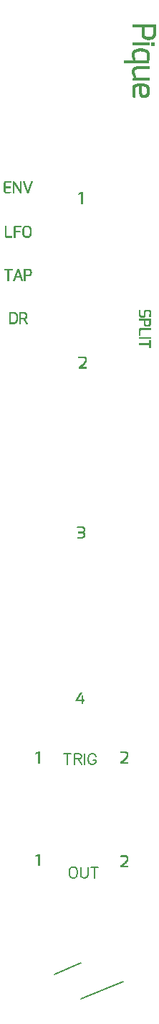
<source format=gto>
G04 DipTrace 3.3.0.0*
G04 uPeaks_panel.GTO*
%MOIN*%
G04 #@! TF.FileFunction,Legend,Top*
G04 #@! TF.Part,Single*
%ADD12C,0.001*%
%ADD16C,0.006*%
%ADD27C,0.00772*%
%FSLAX26Y26*%
G04*
G70*
G90*
G75*
G01*
G04 TopSilk*
%LPD*%
X792000Y1050249D2*
D16*
X667000Y994000D1*
X792000Y881500D2*
X985749Y962751D1*
X436034Y4671610D2*
D12*
X459034D1*
X473034D2*
X478034D1*
X507034D2*
X512034D1*
X521034D2*
X526034D1*
X558034D2*
X563034D1*
X435072Y4670610D2*
X464034D1*
X473034D2*
X478880D1*
X507034D2*
X512034D1*
X521380D2*
X526380D1*
X557688D2*
X562688D1*
X434204Y4669610D2*
X464034D1*
X473034D2*
X479628D1*
X507034D2*
X512034D1*
X521713D2*
X526713D1*
X557356D2*
X562356D1*
X433483Y4668610D2*
X464034D1*
X473034D2*
X480334D1*
X507034D2*
X512034D1*
X522030D2*
X527030D1*
X557039D2*
X562039D1*
X432906Y4667610D2*
X464034D1*
X473034D2*
X481031D1*
X507034D2*
X512034D1*
X522371D2*
X527371D1*
X556697D2*
X561697D1*
X432486Y4666610D2*
X438231D1*
X473034D2*
X481695D1*
X507034D2*
X512034D1*
X522707D2*
X527707D1*
X556361D2*
X561361D1*
X432242Y4665610D2*
X437646D1*
X473034D2*
X482361D1*
X507034D2*
X512034D1*
X523027D2*
X528027D1*
X556038D2*
X561038D1*
X432121Y4664610D2*
X437311D1*
X473034D2*
X483041D1*
X507034D2*
X512034D1*
X523370D2*
X528370D1*
X555663D2*
X560663D1*
X432068Y4663610D2*
X437149D1*
X473034D2*
X483698D1*
X507034D2*
X512034D1*
X523706D2*
X528706D1*
X555235D2*
X560235D1*
X432047Y4662610D2*
X437078D1*
X473034D2*
X484362D1*
X507034D2*
X512034D1*
X524026D2*
X529026D1*
X554798D2*
X559798D1*
X432039Y4661610D2*
X437050D1*
X473034D2*
X485042D1*
X507034D2*
X512034D1*
X524370D2*
X529370D1*
X554407D2*
X559407D1*
X432036Y4660610D2*
X437040D1*
X473034D2*
X478034D1*
X480227D2*
X485699D1*
X507034D2*
X512034D1*
X524706D2*
X529706D1*
X554060D2*
X559060D1*
X432035Y4659610D2*
X437036D1*
X473034D2*
X478034D1*
X480607D2*
X486362D1*
X507034D2*
X512034D1*
X525026D2*
X530030D1*
X553706D2*
X558706D1*
X432034Y4658610D2*
X437035D1*
X473034D2*
X478034D1*
X481144D2*
X487042D1*
X507034D2*
X512034D1*
X525370D2*
X530405D1*
X553365D2*
X558365D1*
X432034Y4657610D2*
X437034D1*
X473034D2*
X478034D1*
X481739D2*
X487699D1*
X507034D2*
X512034D1*
X525706D2*
X530834D1*
X553043D2*
X558043D1*
X432034Y4656610D2*
X437034D1*
X473034D2*
X478034D1*
X482377D2*
X488362D1*
X507034D2*
X512034D1*
X526030D2*
X531270D1*
X552699D2*
X557699D1*
X432034Y4655610D2*
X437034D1*
X473034D2*
X478034D1*
X483047D2*
X489042D1*
X507034D2*
X512034D1*
X526405D2*
X531661D1*
X552362D2*
X557362D1*
X432034Y4654610D2*
X437034D1*
X473034D2*
X478034D1*
X483700D2*
X489699D1*
X507034D2*
X512034D1*
X526834D2*
X532008D1*
X552038D2*
X557038D1*
X432034Y4653610D2*
X437034D1*
X473034D2*
X478034D1*
X484363D2*
X490362D1*
X507034D2*
X512034D1*
X527270D2*
X532363D1*
X551663D2*
X556663D1*
X432034Y4652610D2*
X437034D1*
X473034D2*
X478034D1*
X485042D2*
X491042D1*
X507034D2*
X512034D1*
X527661D2*
X532704D1*
X551235D2*
X556235D1*
X432034Y4651610D2*
X437034D1*
X473034D2*
X478034D1*
X485699D2*
X491699D1*
X507034D2*
X512034D1*
X528008D2*
X533026D1*
X550798D2*
X555798D1*
X432034Y4650610D2*
X437034D1*
X473034D2*
X478034D1*
X486362D2*
X492362D1*
X507034D2*
X512034D1*
X528363D2*
X533369D1*
X550407D2*
X555407D1*
X432034Y4649610D2*
X437034D1*
X473034D2*
X478034D1*
X487042D2*
X493038D1*
X507034D2*
X512034D1*
X528704D2*
X533706D1*
X550060D2*
X555060D1*
X432034Y4648610D2*
X437034D1*
X473034D2*
X478034D1*
X487699D2*
X493663D1*
X507034D2*
X512034D1*
X529026D2*
X534026D1*
X549706D2*
X554706D1*
X432034Y4647610D2*
X460034D1*
X473034D2*
X478034D1*
X488362D2*
X494235D1*
X507034D2*
X512034D1*
X529369D2*
X534370D1*
X549365D2*
X554365D1*
X432034Y4646610D2*
X460455D1*
X473034D2*
X478034D1*
X489042D2*
X494798D1*
X507034D2*
X512034D1*
X529706D2*
X534706D1*
X549039D2*
X554043D1*
X432034Y4645610D2*
X460705D1*
X473034D2*
X478034D1*
X489699D2*
X495407D1*
X507034D2*
X512034D1*
X530026D2*
X535026D1*
X548664D2*
X553699D1*
X432034Y4644610D2*
X460428D1*
X473034D2*
X478034D1*
X490362D2*
X496060D1*
X507034D2*
X512034D1*
X530370D2*
X535370D1*
X548235D2*
X553362D1*
X432034Y4643610D2*
X460034D1*
X473034D2*
X478034D1*
X491042D2*
X496706D1*
X507034D2*
X512034D1*
X530706D2*
X535706D1*
X547798D2*
X553038D1*
X432034Y4642610D2*
X437034D1*
X473034D2*
X478034D1*
X491699D2*
X497365D1*
X507034D2*
X512034D1*
X531026D2*
X536026D1*
X547407D2*
X552663D1*
X432034Y4641610D2*
X437034D1*
X473034D2*
X478034D1*
X492362D2*
X498043D1*
X507034D2*
X512034D1*
X531370D2*
X536370D1*
X547060D2*
X552235D1*
X432034Y4640610D2*
X437034D1*
X473034D2*
X478034D1*
X493042D2*
X498699D1*
X507034D2*
X512034D1*
X531706D2*
X536706D1*
X546706D2*
X551798D1*
X432034Y4639610D2*
X437034D1*
X473034D2*
X478034D1*
X493699D2*
X499362D1*
X507034D2*
X512034D1*
X532030D2*
X537026D1*
X546365D2*
X551407D1*
X432034Y4638610D2*
X437034D1*
X473034D2*
X478034D1*
X494362D2*
X500042D1*
X507034D2*
X512034D1*
X532405D2*
X537370D1*
X546043D2*
X551060D1*
X432034Y4637610D2*
X437034D1*
X473034D2*
X478034D1*
X495042D2*
X500699D1*
X507034D2*
X512034D1*
X532834D2*
X537706D1*
X545699D2*
X550706D1*
X432034Y4636610D2*
X437034D1*
X473034D2*
X478034D1*
X495699D2*
X501362D1*
X507034D2*
X512034D1*
X533270D2*
X538030D1*
X545362D2*
X550365D1*
X432034Y4635610D2*
X437034D1*
X473034D2*
X478034D1*
X496362D2*
X502042D1*
X507034D2*
X512034D1*
X533661D2*
X538405D1*
X545038D2*
X550039D1*
X432034Y4634610D2*
X437034D1*
X473034D2*
X478034D1*
X497042D2*
X502699D1*
X507034D2*
X512034D1*
X534008D2*
X538834D1*
X544663D2*
X549664D1*
X432034Y4633610D2*
X437034D1*
X473034D2*
X478034D1*
X497699D2*
X503362D1*
X507030D2*
X512034D1*
X534363D2*
X539270D1*
X544235D2*
X549235D1*
X432034Y4632610D2*
X437034D1*
X473034D2*
X478034D1*
X498362D2*
X504041D1*
X506992D2*
X512034D1*
X534704D2*
X539669D1*
X543798D2*
X548798D1*
X432034Y4631610D2*
X437034D1*
X473034D2*
X478034D1*
X499042D2*
X504693D1*
X506838D2*
X512034D1*
X535026D2*
X540093D1*
X543404D2*
X548407D1*
X432034Y4630610D2*
X437034D1*
X473034D2*
X478034D1*
X499699D2*
X505349D1*
X506496D2*
X512034D1*
X535369D2*
X540631D1*
X543029D2*
X548060D1*
X432034Y4629610D2*
X437034D1*
X473034D2*
X478034D1*
X500362D2*
X512034D1*
X535706D2*
X541761D1*
X542571D2*
X547706D1*
X432034Y4628610D2*
X437038D1*
X473034D2*
X478034D1*
X501038D2*
X512034D1*
X536026D2*
X547365D1*
X432038Y4627610D2*
X437077D1*
X473034D2*
X478034D1*
X501663D2*
X512034D1*
X536370D2*
X547043D1*
X432073Y4626610D2*
X437243D1*
X473034D2*
X478034D1*
X502235D2*
X512034D1*
X536706D2*
X546699D1*
X432205Y4625610D2*
X437646D1*
X473034D2*
X478034D1*
X502798D2*
X512034D1*
X537026D2*
X546362D1*
X432483Y4624610D2*
X438285D1*
X473034D2*
X478034D1*
X503407D2*
X512034D1*
X537370D2*
X546038D1*
X432910Y4623610D2*
X464034D1*
X473034D2*
X478034D1*
X504060D2*
X512034D1*
X537706D2*
X545663D1*
X433528Y4622610D2*
X464034D1*
X473034D2*
X478034D1*
X504709D2*
X512034D1*
X538027D2*
X545234D1*
X434437Y4621610D2*
X464034D1*
X473034D2*
X478034D1*
X505401D2*
X512034D1*
X538375D2*
X544792D1*
X435652Y4620610D2*
X464034D1*
X473034D2*
X478034D1*
X506191D2*
X512034D1*
X538720D2*
X544389D1*
X437034Y4619610D2*
X454034D1*
X473034D2*
X478034D1*
X507034D2*
X512034D1*
X539034D2*
X544034D1*
X532299Y4466360D2*
X543299D1*
X436299Y4465360D2*
X441299D1*
X481299D2*
X504299D1*
X529231D2*
X546180D1*
X436299Y4464360D2*
X441299D1*
X480337D2*
X509299D1*
X526774D2*
X548584D1*
X436299Y4463360D2*
X441299D1*
X479469D2*
X509299D1*
X524963D2*
X550433D1*
X436299Y4462360D2*
X441299D1*
X478748D2*
X509299D1*
X523608D2*
X551772D1*
X436299Y4461360D2*
X441299D1*
X478171D2*
X509299D1*
X522573D2*
X552744D1*
X436299Y4460360D2*
X441299D1*
X477751D2*
X483496D1*
X521782D2*
X528183D1*
X546099D2*
X553539D1*
X436299Y4459360D2*
X441299D1*
X477507D2*
X482911D1*
X521145D2*
X527067D1*
X547648D2*
X554237D1*
X436299Y4458360D2*
X441299D1*
X477386D2*
X482576D1*
X520589D2*
X526083D1*
X548852D2*
X554786D1*
X436299Y4457360D2*
X441299D1*
X477333D2*
X482414D1*
X520098D2*
X525295D1*
X549740D2*
X555214D1*
X436299Y4456360D2*
X441299D1*
X477312D2*
X482343D1*
X519685D2*
X524656D1*
X550422D2*
X555600D1*
X436299Y4455360D2*
X441299D1*
X477304D2*
X482315D1*
X519330D2*
X524125D1*
X550997D2*
X555925D1*
X436299Y4454360D2*
X441299D1*
X477301D2*
X482305D1*
X518976D2*
X523695D1*
X551492D2*
X556160D1*
X436299Y4453360D2*
X441299D1*
X477300D2*
X482301D1*
X518669D2*
X523333D1*
X551873D2*
X556390D1*
X436299Y4452360D2*
X441299D1*
X477299D2*
X482300D1*
X518471D2*
X522977D1*
X552102D2*
X556675D1*
X436299Y4451360D2*
X441299D1*
X477299D2*
X482299D1*
X518335D2*
X522670D1*
X552220D2*
X556951D1*
X436299Y4450360D2*
X441299D1*
X477299D2*
X482299D1*
X518162D2*
X522475D1*
X552306D2*
X557132D1*
X436299Y4449360D2*
X441299D1*
X477299D2*
X482299D1*
X517904D2*
X522374D1*
X552454D2*
X557227D1*
X436299Y4448360D2*
X441299D1*
X477299D2*
X482299D1*
X517641D2*
X522329D1*
X552701D2*
X557271D1*
X436299Y4447360D2*
X441299D1*
X477299D2*
X482299D1*
X517464D2*
X522310D1*
X552960D2*
X557289D1*
X436299Y4446360D2*
X441299D1*
X477299D2*
X482299D1*
X517370D2*
X522303D1*
X553136D2*
X557295D1*
X436299Y4445360D2*
X441299D1*
X477299D2*
X482299D1*
X517327D2*
X522301D1*
X553229D2*
X557298D1*
X436299Y4444360D2*
X441299D1*
X477299D2*
X482299D1*
X517310D2*
X522300D1*
X553271D2*
X557299D1*
X436299Y4443360D2*
X441299D1*
X477299D2*
X482299D1*
X517303D2*
X522299D1*
X553289D2*
X557299D1*
X436299Y4442360D2*
X441299D1*
X477299D2*
X482299D1*
X517301D2*
X522299D1*
X553295D2*
X557299D1*
X436299Y4441360D2*
X441299D1*
X477299D2*
X505299D1*
X517300D2*
X522299D1*
X553298D2*
X557299D1*
X436299Y4440360D2*
X441299D1*
X477299D2*
X505720D1*
X517299D2*
X522299D1*
X553299D2*
X557299D1*
X436299Y4439360D2*
X441299D1*
X477299D2*
X505970D1*
X517299D2*
X522299D1*
X553299D2*
X557299D1*
X436299Y4438360D2*
X441299D1*
X477299D2*
X505693D1*
X517299D2*
X522299D1*
X553299D2*
X557299D1*
X436299Y4437360D2*
X441299D1*
X477299D2*
X505299D1*
X517299D2*
X522299D1*
X553299D2*
X557299D1*
X436299Y4436360D2*
X441299D1*
X477299D2*
X482299D1*
X517299D2*
X522299D1*
X553299D2*
X557299D1*
X436299Y4435360D2*
X441299D1*
X477299D2*
X482299D1*
X517299D2*
X522299D1*
X553299D2*
X557299D1*
X436299Y4434360D2*
X441299D1*
X477299D2*
X482299D1*
X517299D2*
X522299D1*
X553295D2*
X557299D1*
X436299Y4433360D2*
X441299D1*
X477299D2*
X482299D1*
X517303D2*
X522299D1*
X553260D2*
X557299D1*
X436299Y4432360D2*
X441299D1*
X477299D2*
X482299D1*
X517338D2*
X522299D1*
X553133D2*
X557299D1*
X436299Y4431360D2*
X441299D1*
X477299D2*
X482299D1*
X517466D2*
X522299D1*
X552893D2*
X557299D1*
X436299Y4430360D2*
X441299D1*
X477299D2*
X482299D1*
X517705D2*
X522303D1*
X552637D2*
X557295D1*
X436299Y4429360D2*
X441299D1*
X477299D2*
X482299D1*
X517962D2*
X522338D1*
X552458D2*
X557260D1*
X436299Y4428360D2*
X441299D1*
X477299D2*
X482299D1*
X518136D2*
X522466D1*
X552331D2*
X557133D1*
X436299Y4427360D2*
X441299D1*
X477299D2*
X482299D1*
X518233D2*
X522709D1*
X552161D2*
X556893D1*
X436299Y4426360D2*
X441299D1*
X477299D2*
X482299D1*
X518310D2*
X523001D1*
X551900D2*
X556633D1*
X436299Y4425360D2*
X441299D1*
X477299D2*
X482299D1*
X518459D2*
X523306D1*
X551598D2*
X556423D1*
X436299Y4424360D2*
X441299D1*
X477299D2*
X482299D1*
X518741D2*
X523678D1*
X551254D2*
X556199D1*
X436299Y4423360D2*
X441299D1*
X477299D2*
X482299D1*
X519131D2*
X524147D1*
X550751D2*
X555882D1*
X436303Y4422360D2*
X441311D1*
X477299D2*
X482299D1*
X519581D2*
X524788D1*
X550003D2*
X555477D1*
X436338Y4421360D2*
X441428D1*
X477299D2*
X482299D1*
X520061D2*
X525609D1*
X548900D2*
X555017D1*
X436466Y4420360D2*
X441709D1*
X477299D2*
X482299D1*
X520557D2*
X527624D1*
X546972D2*
X554499D1*
X436709Y4419360D2*
X443080D1*
X477299D2*
X482299D1*
X521090D2*
X531371D1*
X543234D2*
X553875D1*
X437005Y4418360D2*
X445039D1*
X477299D2*
X482299D1*
X521724D2*
X537587D1*
X537015D2*
X553099D1*
X437349Y4417360D2*
X468299D1*
X477299D2*
X482299D1*
X522542D2*
X552173D1*
X437886Y4416360D2*
X468299D1*
X477299D2*
X482299D1*
X523633D2*
X551058D1*
X438745Y4415360D2*
X468299D1*
X477299D2*
X482299D1*
X525140D2*
X549676D1*
X439934Y4414360D2*
X468299D1*
X477299D2*
X482299D1*
X527100D2*
X548044D1*
X441299Y4413360D2*
X468299D1*
X477299D2*
X482299D1*
X529299D2*
X546299D1*
X433315Y4265360D2*
X469315D1*
X494315D2*
X499315D1*
X525315D2*
X551315D1*
X433315Y4264360D2*
X469315D1*
X493815D2*
X499661D1*
X525315D2*
X552777D1*
X433315Y4263360D2*
X469315D1*
X493400D2*
X499994D1*
X525315D2*
X554060D1*
X433315Y4262360D2*
X469315D1*
X493011D2*
X500314D1*
X525315D2*
X555170D1*
X433315Y4261360D2*
X469315D1*
X492655D2*
X500687D1*
X525315D2*
X556103D1*
X448315Y4260360D2*
X453315D1*
X492327D2*
X501115D1*
X525315D2*
X529315D1*
X549115D2*
X556851D1*
X448315Y4259360D2*
X453315D1*
X491981D2*
X501551D1*
X525315D2*
X529315D1*
X550660D2*
X557438D1*
X448315Y4258360D2*
X453315D1*
X491643D2*
X501942D1*
X525315D2*
X529315D1*
X551833D2*
X557861D1*
X448315Y4257360D2*
X453315D1*
X491319D2*
X502289D1*
X525315D2*
X529315D1*
X552624D2*
X558107D1*
X448315Y4256360D2*
X453315D1*
X490944D2*
X495277D1*
X497122D2*
X502643D1*
X525315D2*
X529315D1*
X553159D2*
X558232D1*
X448315Y4255360D2*
X453315D1*
X490515D2*
X495149D1*
X497742D2*
X502984D1*
X525315D2*
X529315D1*
X553590D2*
X558320D1*
X448315Y4254360D2*
X453315D1*
X490079D2*
X494905D1*
X498205D2*
X503306D1*
X525315D2*
X529315D1*
X553927D2*
X558469D1*
X448315Y4253360D2*
X453315D1*
X489688D2*
X494614D1*
X498610D2*
X503650D1*
X525315D2*
X529315D1*
X554134D2*
X558717D1*
X448315Y4252360D2*
X453315D1*
X489341D2*
X494312D1*
X498972D2*
X503987D1*
X525315D2*
X529315D1*
X554238D2*
X558972D1*
X448315Y4251360D2*
X453315D1*
X488986D2*
X493976D1*
X499302D2*
X504307D1*
X525315D2*
X529315D1*
X554285D2*
X559112D1*
X448315Y4250360D2*
X453315D1*
X488645D2*
X493642D1*
X499649D2*
X504651D1*
X525315D2*
X529315D1*
X554304D2*
X559078D1*
X448315Y4249360D2*
X453315D1*
X488320D2*
X493318D1*
X499986D2*
X504987D1*
X525315D2*
X529315D1*
X554307D2*
X558881D1*
X448315Y4248360D2*
X453315D1*
X487945D2*
X492944D1*
X500311D2*
X505307D1*
X525315D2*
X529315D1*
X554275D2*
X558642D1*
X448315Y4247360D2*
X453315D1*
X487516D2*
X492515D1*
X500686D2*
X505651D1*
X525315D2*
X529315D1*
X554148D2*
X558474D1*
X448315Y4246360D2*
X453315D1*
X487079D2*
X492079D1*
X501114D2*
X505987D1*
X525315D2*
X529315D1*
X553905D2*
X558380D1*
X448315Y4245360D2*
X453315D1*
X486688D2*
X491688D1*
X501551D2*
X506307D1*
X525315D2*
X529315D1*
X553610D2*
X558304D1*
X448315Y4244360D2*
X453315D1*
X486341D2*
X491341D1*
X501942D2*
X506651D1*
X525315D2*
X529315D1*
X553265D2*
X558159D1*
X448315Y4243360D2*
X453315D1*
X485986D2*
X490986D1*
X502289D2*
X506987D1*
X525315D2*
X529315D1*
X552727D2*
X557909D1*
X448315Y4242360D2*
X453315D1*
X485645D2*
X490645D1*
X502643D2*
X507311D1*
X525315D2*
X529315D1*
X551856D2*
X557615D1*
X448315Y4241360D2*
X453315D1*
X485323D2*
X490323D1*
X502984D2*
X507686D1*
X525315D2*
X529315D1*
X550599D2*
X557308D1*
X448315Y4240360D2*
X453315D1*
X484980D2*
X489980D1*
X503306D2*
X508114D1*
X525315D2*
X529315D1*
X549026D2*
X556933D1*
X448315Y4239360D2*
X453315D1*
X484643D2*
X489643D1*
X503650D2*
X508551D1*
X525315D2*
X556428D1*
X448315Y4238360D2*
X453315D1*
X484319D2*
X489323D1*
X503987D2*
X508942D1*
X525315D2*
X555664D1*
X448315Y4237360D2*
X453315D1*
X483944D2*
X488979D1*
X504307D2*
X509289D1*
X525315D2*
X554500D1*
X448315Y4236360D2*
X453315D1*
X483515D2*
X488639D1*
X504647D2*
X509643D1*
X525315D2*
X552985D1*
X448315Y4235360D2*
X453315D1*
X483079D2*
X488280D1*
X504948D2*
X509984D1*
X525315D2*
X529315D1*
X536315D2*
X551315D1*
X448315Y4234360D2*
X453315D1*
X482688D2*
X487777D1*
X505142D2*
X510306D1*
X525315D2*
X529315D1*
X448315Y4233360D2*
X453315D1*
X482341D2*
X487091D1*
X505247D2*
X510650D1*
X525315D2*
X529315D1*
X448315Y4232360D2*
X453315D1*
X481986D2*
X510987D1*
X525315D2*
X529315D1*
X448315Y4231360D2*
X453315D1*
X481645D2*
X511307D1*
X525315D2*
X529315D1*
X448315Y4230360D2*
X453315D1*
X481320D2*
X511651D1*
X525315D2*
X529315D1*
X448315Y4229360D2*
X453315D1*
X480945D2*
X511987D1*
X525315D2*
X529315D1*
X448315Y4228360D2*
X453315D1*
X480516D2*
X512307D1*
X525315D2*
X529315D1*
X448315Y4227360D2*
X453315D1*
X480079D2*
X485160D1*
X507122D2*
X512651D1*
X525315D2*
X529315D1*
X448315Y4226360D2*
X453315D1*
X479688D2*
X484909D1*
X507742D2*
X512987D1*
X525315D2*
X529315D1*
X448315Y4225360D2*
X453315D1*
X479341D2*
X484615D1*
X508205D2*
X513311D1*
X525315D2*
X529315D1*
X448315Y4224360D2*
X453315D1*
X478986D2*
X484312D1*
X508610D2*
X513686D1*
X525315D2*
X529315D1*
X448315Y4223360D2*
X453315D1*
X478645D2*
X483976D1*
X508972D2*
X514114D1*
X525315D2*
X529315D1*
X448315Y4222360D2*
X453315D1*
X478323D2*
X483642D1*
X509302D2*
X514551D1*
X525315D2*
X529315D1*
X448315Y4221360D2*
X453315D1*
X477980D2*
X483322D1*
X509649D2*
X514942D1*
X525315D2*
X529315D1*
X448315Y4220360D2*
X453315D1*
X477643D2*
X482979D1*
X509986D2*
X515289D1*
X525315D2*
X529315D1*
X448315Y4219360D2*
X453315D1*
X477319D2*
X482643D1*
X510307D2*
X515643D1*
X525315D2*
X529315D1*
X448315Y4218360D2*
X453315D1*
X476944D2*
X482323D1*
X510647D2*
X515984D1*
X525315D2*
X529315D1*
X448315Y4217360D2*
X453315D1*
X476515D2*
X481983D1*
X510952D2*
X516306D1*
X525315D2*
X529315D1*
X448315Y4216360D2*
X453315D1*
X476083D2*
X481682D1*
X511183D2*
X516646D1*
X525315D2*
X529315D1*
X448315Y4215360D2*
X453315D1*
X475724D2*
X481488D1*
X511437D2*
X516951D1*
X525315D2*
X529315D1*
X448315Y4214360D2*
X453315D1*
X475488D2*
X481383D1*
X511826D2*
X517159D1*
X525315D2*
X529315D1*
X448315Y4213360D2*
X453315D1*
X475315D2*
X481315D1*
X512315D2*
X517315D1*
X525315D2*
X529315D1*
X456640Y4065360D2*
X481640D1*
X503640D2*
X530640D1*
X456640Y4064360D2*
X483718D1*
X503640D2*
X532064D1*
X456640Y4063360D2*
X485537D1*
X503640D2*
X533219D1*
X456640Y4062360D2*
X487051D1*
X503640D2*
X534090D1*
X456640Y4061360D2*
X488228D1*
X503640D2*
X534766D1*
X456640Y4060360D2*
X461640D1*
X480598D2*
X489129D1*
X503640D2*
X507640D1*
X528406D2*
X535339D1*
X456640Y4059360D2*
X461640D1*
X482427D2*
X489896D1*
X503640D2*
X507640D1*
X529859D2*
X535838D1*
X456640Y4058360D2*
X461640D1*
X483986D2*
X490584D1*
X503640D2*
X507640D1*
X530915D2*
X536253D1*
X456640Y4057360D2*
X461640D1*
X485192D2*
X491129D1*
X503640D2*
X507640D1*
X531654D2*
X536609D1*
X456640Y4056360D2*
X461640D1*
X486081D2*
X491555D1*
X503640D2*
X507640D1*
X532144D2*
X536963D1*
X456640Y4055360D2*
X461640D1*
X486763D2*
X491946D1*
X503640D2*
X507640D1*
X532417D2*
X537270D1*
X456640Y4054360D2*
X461640D1*
X487338D2*
X492301D1*
X503640D2*
X507640D1*
X532548D2*
X537465D1*
X456640Y4053360D2*
X461640D1*
X487837D2*
X492629D1*
X503640D2*
X507640D1*
X532605D2*
X537566D1*
X456640Y4052360D2*
X461640D1*
X488253D2*
X492971D1*
X503640D2*
X507640D1*
X532627D2*
X537611D1*
X456640Y4051360D2*
X461640D1*
X488609D2*
X493277D1*
X503640D2*
X507640D1*
X532636D2*
X537629D1*
X456640Y4050360D2*
X461640D1*
X488963D2*
X493505D1*
X503640D2*
X507640D1*
X532639D2*
X537637D1*
X456640Y4049360D2*
X461640D1*
X489270D2*
X493733D1*
X503640D2*
X507640D1*
X532640D2*
X537639D1*
X456640Y4048360D2*
X461640D1*
X489465D2*
X494017D1*
X503640D2*
X507640D1*
X532640D2*
X537636D1*
X456640Y4047360D2*
X461640D1*
X489566D2*
X494292D1*
X503640D2*
X507640D1*
X532636D2*
X537601D1*
X456640Y4046360D2*
X461640D1*
X489611D2*
X494473D1*
X503640D2*
X507640D1*
X532601D2*
X537474D1*
X456640Y4045360D2*
X461640D1*
X489633D2*
X494569D1*
X503640D2*
X507640D1*
X532470D2*
X537234D1*
X456640Y4044360D2*
X461640D1*
X489676D2*
X494612D1*
X503640D2*
X507640D1*
X532191D2*
X536974D1*
X456640Y4043360D2*
X461640D1*
X489806D2*
X494630D1*
X503640D2*
X507640D1*
X531769D2*
X536765D1*
X456640Y4042360D2*
X461640D1*
X490046D2*
X494637D1*
X503640D2*
X507640D1*
X531191D2*
X536540D1*
X456640Y4041360D2*
X461640D1*
X490299D2*
X494639D1*
X503640D2*
X507640D1*
X530454D2*
X536219D1*
X456640Y4040360D2*
X461640D1*
X490438D2*
X494640D1*
X503640D2*
X535779D1*
X456640Y4039360D2*
X461640D1*
X490403D2*
X494640D1*
X503640D2*
X535188D1*
X456640Y4038360D2*
X461640D1*
X490206D2*
X494640D1*
X503640D2*
X534391D1*
X456640Y4037360D2*
X461640D1*
X489968D2*
X494640D1*
X503640D2*
X533353D1*
X456640Y4036360D2*
X461640D1*
X489800D2*
X494640D1*
X503640D2*
X532081D1*
X456640Y4035360D2*
X461640D1*
X489710D2*
X494637D1*
X503640D2*
X507640D1*
X513640D2*
X530808D1*
X456640Y4034360D2*
X461640D1*
X489668D2*
X494601D1*
X503640D2*
X507640D1*
X523640D2*
X529725D1*
X456640Y4033360D2*
X461640D1*
X489647D2*
X494474D1*
X503640D2*
X507640D1*
X524020D2*
X529432D1*
X456640Y4032360D2*
X461640D1*
X489605D2*
X494234D1*
X503640D2*
X507640D1*
X524450D2*
X529645D1*
X456640Y4031360D2*
X461640D1*
X489475D2*
X493974D1*
X503640D2*
X507640D1*
X524914D2*
X529995D1*
X456640Y4030360D2*
X461640D1*
X489231D2*
X493765D1*
X503640D2*
X507640D1*
X525400D2*
X530431D1*
X456640Y4029360D2*
X461640D1*
X488939D2*
X493544D1*
X503640D2*
X507640D1*
X525893D2*
X530908D1*
X456640Y4028360D2*
X461640D1*
X488633D2*
X493259D1*
X503640D2*
X507640D1*
X526392D2*
X531431D1*
X456640Y4027360D2*
X461640D1*
X488262D2*
X492949D1*
X503640D2*
X507640D1*
X526890D2*
X532023D1*
X456640Y4026360D2*
X461640D1*
X487801D2*
X492637D1*
X503640D2*
X507640D1*
X527391D2*
X532666D1*
X456640Y4025360D2*
X461640D1*
X487238D2*
X492267D1*
X503640D2*
X507640D1*
X527890D2*
X533278D1*
X456640Y4024360D2*
X461640D1*
X486599D2*
X491836D1*
X503640D2*
X507640D1*
X528391D2*
X533840D1*
X456640Y4023360D2*
X461640D1*
X485922D2*
X491365D1*
X503640D2*
X507640D1*
X528894D2*
X534371D1*
X456640Y4022360D2*
X461640D1*
X485103D2*
X490847D1*
X503640D2*
X507640D1*
X529426D2*
X534882D1*
X456640Y4021360D2*
X461640D1*
X484059D2*
X490257D1*
X503640D2*
X507640D1*
X530021D2*
X535388D1*
X456640Y4020360D2*
X461640D1*
X482901D2*
X489610D1*
X503640D2*
X507640D1*
X530665D2*
X535889D1*
X456640Y4019360D2*
X461640D1*
X481758D2*
X488960D1*
X503640D2*
X507640D1*
X531278D2*
X536390D1*
X456640Y4018360D2*
X488227D1*
X503640D2*
X507640D1*
X531840D2*
X536890D1*
X456640Y4017360D2*
X487256D1*
X503640D2*
X507640D1*
X532370D2*
X537391D1*
X456640Y4016360D2*
X485950D1*
X503640D2*
X507640D1*
X532885D2*
X537893D1*
X456640Y4015360D2*
X484334D1*
X503640D2*
X507640D1*
X533417D2*
X538420D1*
X456640Y4014360D2*
X482524D1*
X503640D2*
X507640D1*
X534002D2*
X539003D1*
X456640Y4013360D2*
X480640D1*
X503640D2*
X507640D1*
X534640D2*
X539640D1*
X1091370Y4076581D2*
X1106370D1*
X1062370Y4075581D2*
X1065370D1*
X1089451D2*
X1108019D1*
X1061908Y4074581D2*
X1065370D1*
X1087915D2*
X1109352D1*
X1061621Y4073581D2*
X1065370D1*
X1086787D2*
X1110389D1*
X1061476Y4072581D2*
X1065370D1*
X1086029D2*
X1111214D1*
X1061408Y4071581D2*
X1065366D1*
X1085512D2*
X1092609D1*
X1103935D2*
X1111820D1*
X1061346Y4070581D2*
X1065331D1*
X1085090D2*
X1091187D1*
X1105941D2*
X1112271D1*
X1061209Y4069581D2*
X1065204D1*
X1084756D2*
X1090085D1*
X1107446D2*
X1112666D1*
X1060966Y4068581D2*
X1064964D1*
X1084551D2*
X1089561D1*
X1108081D2*
X1112990D1*
X1060708Y4067581D2*
X1064708D1*
X1084447D2*
X1089114D1*
X1108586D2*
X1113191D1*
X1060533Y4066581D2*
X1064533D1*
X1084400D2*
X1088766D1*
X1108959D2*
X1113294D1*
X1060441Y4065581D2*
X1064441D1*
X1084381D2*
X1088555D1*
X1109180D2*
X1113340D1*
X1060398Y4064581D2*
X1064398D1*
X1084374D2*
X1088448D1*
X1109290D2*
X1113359D1*
X1060381Y4063581D2*
X1064381D1*
X1084371D2*
X1088401D1*
X1109339D2*
X1113366D1*
X1060374Y4062581D2*
X1064374D1*
X1084371D2*
X1088381D1*
X1109359D2*
X1113369D1*
X1060371Y4061581D2*
X1064371D1*
X1084370D2*
X1088374D1*
X1109366D2*
X1113370D1*
X1060371Y4060581D2*
X1064371D1*
X1084370D2*
X1088371D1*
X1109365D2*
X1113370D1*
X1060370Y4059581D2*
X1064370D1*
X1084370D2*
X1088371D1*
X1109331D2*
X1113370D1*
X1060370Y4058581D2*
X1064370D1*
X1084370D2*
X1088370D1*
X1109203D2*
X1113370D1*
X1060370Y4057581D2*
X1064374D1*
X1084370D2*
X1088370D1*
X1108964D2*
X1113370D1*
X1060370Y4056581D2*
X1064409D1*
X1084370D2*
X1088370D1*
X1108708D2*
X1113370D1*
X1060370Y4055581D2*
X1064537D1*
X1084366D2*
X1088370D1*
X1108533D2*
X1113366D1*
X1060370Y4054581D2*
X1064780D1*
X1084331D2*
X1088370D1*
X1108441D2*
X1113331D1*
X1060374Y4053581D2*
X1065075D1*
X1084200D2*
X1088370D1*
X1108398D2*
X1113204D1*
X1060409Y4052581D2*
X1065416D1*
X1083917D2*
X1088366D1*
X1108381D2*
X1112964D1*
X1060540Y4051581D2*
X1065841D1*
X1083530D2*
X1088331D1*
X1108374D2*
X1112708D1*
X1060815Y4050581D2*
X1066734D1*
X1082672D2*
X1088200D1*
X1108371D2*
X1112533D1*
X1061203Y4049581D2*
X1069549D1*
X1079496D2*
X1087921D1*
X1108371D2*
X1112441D1*
X1061656Y4048581D2*
X1074308D1*
X1074143D2*
X1087498D1*
X1108370D2*
X1112398D1*
X1062175Y4047581D2*
X1086914D1*
X1108370D2*
X1112381D1*
X1062836Y4046581D2*
X1086121D1*
X1108370D2*
X1112374D1*
X1063763Y4045581D2*
X1085087D1*
X1108370D2*
X1112370D1*
X1064985Y4044581D2*
X1083800D1*
X1066370Y4043581D2*
X1082370D1*
X1060370Y4034581D2*
X1113370D1*
X1060370Y4033581D2*
X1113370D1*
X1060370Y4032581D2*
X1113370D1*
X1060370Y4031581D2*
X1113370D1*
X1060370Y4030581D2*
X1113370D1*
X1060370Y4029581D2*
X1113370D1*
X1083370Y4028581D2*
X1087370D1*
X1108370D2*
X1113370D1*
X1083370Y4027581D2*
X1087370D1*
X1108370D2*
X1113370D1*
X1083370Y4026581D2*
X1087370D1*
X1108370D2*
X1113370D1*
X1083370Y4025581D2*
X1087370D1*
X1108370D2*
X1113370D1*
X1083370Y4024581D2*
X1087370D1*
X1108370D2*
X1113370D1*
X1083366Y4023581D2*
X1087370D1*
X1108370D2*
X1113370D1*
X1083331Y4022581D2*
X1087370D1*
X1108370D2*
X1113370D1*
X1083204Y4021581D2*
X1087370D1*
X1108370D2*
X1113370D1*
X1082964Y4020581D2*
X1087370D1*
X1108370D2*
X1113370D1*
X1082708Y4019581D2*
X1087370D1*
X1108370D2*
X1113370D1*
X1082533Y4018581D2*
X1087370D1*
X1108370D2*
X1113370D1*
X1082441Y4017581D2*
X1087370D1*
X1108370D2*
X1113370D1*
X1082398Y4016581D2*
X1087370D1*
X1108370D2*
X1113370D1*
X1082381Y4015581D2*
X1087370D1*
X1108370D2*
X1113370D1*
X1082374Y4014581D2*
X1087370D1*
X1108370D2*
X1113370D1*
X1082371Y4013581D2*
X1087370D1*
X1108370D2*
X1113370D1*
X1082371Y4012581D2*
X1087374D1*
X1108366D2*
X1113366D1*
X1082374Y4011581D2*
X1087409D1*
X1108327D2*
X1113331D1*
X1082409Y4010581D2*
X1087544D1*
X1108161D2*
X1113204D1*
X1082541Y4009581D2*
X1087870D1*
X1107849D2*
X1112960D1*
X1082815Y4008581D2*
X1088363D1*
X1106928D2*
X1112665D1*
X1083203Y4007581D2*
X1089632D1*
X1105668D2*
X1112324D1*
X1083656Y4006581D2*
X1092951D1*
X1102011D2*
X1111825D1*
X1084175Y4005581D2*
X1097723D1*
X1096687D2*
X1111116D1*
X1084841Y4004581D2*
X1110223D1*
X1085818Y4003581D2*
X1109120D1*
X1087261Y4002581D2*
X1107744D1*
X1089190Y4001581D2*
X1106114D1*
X1091370Y4000581D2*
X1104370D1*
X1065370Y3990581D2*
X1113370D1*
X1063950Y3989581D2*
X1113370D1*
X1062827Y3988581D2*
X1113370D1*
X1062052Y3987581D2*
X1113370D1*
X1061523Y3986581D2*
X1113370D1*
X1061094Y3985581D2*
X1067763D1*
X1060757Y3984581D2*
X1066411D1*
X1060551Y3983581D2*
X1065878D1*
X1060447Y3982581D2*
X1065587D1*
X1060400Y3981581D2*
X1065456D1*
X1060381Y3980581D2*
X1065402D1*
X1060374Y3979581D2*
X1065381D1*
X1060371Y3978581D2*
X1065374D1*
X1060371Y3977581D2*
X1065371D1*
X1060370Y3976581D2*
X1065370D1*
X1060370Y3975581D2*
X1065370D1*
X1060370Y3974581D2*
X1065370D1*
X1060370Y3973581D2*
X1065370D1*
X1060370Y3972581D2*
X1065370D1*
X1060370Y3971581D2*
X1065370D1*
X1060370Y3970581D2*
X1065370D1*
X1060370Y3969581D2*
X1065370D1*
X1060370Y3968581D2*
X1065370D1*
X1060370Y3967581D2*
X1065370D1*
X1060370Y3966581D2*
X1065370D1*
X1060370Y3965581D2*
X1065370D1*
X1060370Y3964581D2*
X1065370D1*
X1060370Y3963581D2*
X1065370D1*
X1060370Y3962581D2*
X1065370D1*
X1060370Y3961581D2*
X1065370D1*
X1060370Y3960581D2*
X1065370D1*
X1060370Y3959581D2*
X1065370D1*
X1060370Y3949581D2*
X1113370D1*
X1060370Y3948581D2*
X1113370D1*
X1060370Y3947581D2*
X1113370D1*
X1060370Y3946581D2*
X1113370D1*
X1060370Y3945581D2*
X1113370D1*
X1108370Y3936581D2*
X1113370D1*
X1108370Y3935581D2*
X1113370D1*
X1108370Y3934581D2*
X1113370D1*
X1108370Y3933581D2*
X1113370D1*
X1108370Y3932581D2*
X1113370D1*
X1108370Y3931581D2*
X1113370D1*
X1108370Y3930581D2*
X1113370D1*
X1108370Y3929581D2*
X1113370D1*
X1108370Y3928581D2*
X1113370D1*
X1108370Y3927581D2*
X1113370D1*
X1108370Y3926581D2*
X1113370D1*
X1108370Y3925581D2*
X1113370D1*
X1108370Y3924581D2*
X1113370D1*
X1108370Y3923581D2*
X1113370D1*
X1108370Y3922581D2*
X1113370D1*
X1108370Y3921581D2*
X1113370D1*
X1060370Y3920581D2*
X1113370D1*
X1060370Y3919581D2*
X1113370D1*
X1060370Y3918581D2*
X1113370D1*
X1060370Y3917581D2*
X1113370D1*
X1060370Y3916581D2*
X1113370D1*
X1108370Y3915581D2*
X1113370D1*
X1108370Y3914581D2*
X1113370D1*
X1108370Y3913581D2*
X1113370D1*
X1108370Y3912581D2*
X1113370D1*
X1108370Y3911581D2*
X1113370D1*
X1108370Y3910581D2*
X1113370D1*
X1108370Y3909581D2*
X1113370D1*
X1108370Y3908581D2*
X1113370D1*
X1108370Y3907581D2*
X1113370D1*
X1108370Y3906581D2*
X1113370D1*
X1108370Y3905581D2*
X1113370D1*
X1108370Y3904581D2*
X1113370D1*
X1108370Y3903581D2*
X1113370D1*
X1108370Y3902581D2*
X1113370D1*
X1108370Y3901581D2*
X1113370D1*
X1108370Y3900581D2*
X1113370D1*
X789640Y4621610D2*
X795640D1*
X787640Y4620610D2*
X795640D1*
X785644Y4619610D2*
X795640D1*
X783687Y4618610D2*
X795640D1*
X781893Y4617610D2*
X795640D1*
X780465Y4616610D2*
X795640D1*
X779370Y4615610D2*
X787640D1*
X790640D2*
X795640D1*
X778958Y4614610D2*
X784640D1*
X790640D2*
X795640D1*
X778640Y4613610D2*
X781640D1*
X790640D2*
X795640D1*
X790640Y4612610D2*
X795640D1*
X790640Y4611610D2*
X795640D1*
X790640Y4610610D2*
X795640D1*
X790640Y4609610D2*
X795640D1*
X790640Y4608610D2*
X795640D1*
X790640Y4607610D2*
X795640D1*
X790640Y4606610D2*
X795640D1*
X790640Y4605610D2*
X795640D1*
X790640Y4604610D2*
X795640D1*
X790640Y4603610D2*
X795640D1*
X790640Y4602610D2*
X795640D1*
X790640Y4601610D2*
X795640D1*
X790640Y4600610D2*
X795640D1*
X790640Y4599610D2*
X795640D1*
X790640Y4598610D2*
X795640D1*
X790640Y4597610D2*
X795640D1*
X790640Y4596610D2*
X795640D1*
X790640Y4595610D2*
X795640D1*
X790640Y4594610D2*
X795640D1*
X790640Y4593610D2*
X795640D1*
X790640Y4592610D2*
X795640D1*
X790640Y4591610D2*
X795640D1*
X790640Y4590610D2*
X795640D1*
X790640Y4589610D2*
X795640D1*
X790640Y4588610D2*
X795640D1*
X790640Y4587610D2*
X795640D1*
X790640Y4586610D2*
X795640D1*
X790640Y4585610D2*
X795640D1*
X790640Y4584610D2*
X795640D1*
X790640Y4583610D2*
X795640D1*
X790640Y4582610D2*
X795640D1*
X790640Y4581610D2*
X795640D1*
X790640Y4580610D2*
X795640D1*
X790640Y4579610D2*
X795640D1*
X790640Y4578610D2*
X795640D1*
X790640Y4577610D2*
X795640D1*
X790640Y4576610D2*
X795640D1*
X790640Y4575610D2*
X795640D1*
X790640Y4574610D2*
X795640D1*
X790640Y4573610D2*
X795640D1*
X790640Y4572610D2*
X795640D1*
X790640Y4571610D2*
X795640D1*
X790640Y4570610D2*
X795640D1*
X790640Y4569610D2*
X795640D1*
X785640Y3860110D2*
X805640D1*
X778640Y3859110D2*
X807440D1*
X778640Y3858110D2*
X808990D1*
X778640Y3857110D2*
X810197D1*
X778640Y3856110D2*
X811116D1*
X802047Y3855110D2*
X811891D1*
X804766Y3854110D2*
X812582D1*
X806640Y3853110D2*
X813129D1*
X807848Y3852110D2*
X813555D1*
X808640Y3851110D2*
X813942D1*
X809179Y3850110D2*
X814262D1*
X809582Y3849110D2*
X814462D1*
X809954Y3848110D2*
X814565D1*
X810263Y3847110D2*
X814611D1*
X810425Y3846110D2*
X814629D1*
X810399Y3845110D2*
X814636D1*
X810201Y3844110D2*
X814635D1*
X809928Y3843110D2*
X814601D1*
X809629Y3842110D2*
X814474D1*
X809264Y3841110D2*
X814230D1*
X808835Y3840110D2*
X813939D1*
X808365Y3839110D2*
X813633D1*
X807847Y3838110D2*
X813266D1*
X807257Y3837110D2*
X812836D1*
X806610Y3836110D2*
X812365D1*
X805964Y3835110D2*
X811847D1*
X805270Y3834110D2*
X811257D1*
X804465Y3833110D2*
X810610D1*
X803566Y3832110D2*
X809964D1*
X802611Y3831110D2*
X809274D1*
X801629Y3830110D2*
X808504D1*
X800637Y3829110D2*
X807732D1*
X799639Y3828110D2*
X807017D1*
X798640Y3827110D2*
X806292D1*
X797640Y3826110D2*
X805473D1*
X796636Y3825110D2*
X804569D1*
X795601Y3824110D2*
X803612D1*
X794474Y3823110D2*
X802626D1*
X793234Y3822110D2*
X801598D1*
X791974Y3821110D2*
X800473D1*
X790765Y3820110D2*
X799234D1*
X789544Y3819110D2*
X797978D1*
X788259Y3818110D2*
X796800D1*
X786949Y3817110D2*
X795672D1*
X785637Y3816110D2*
X794502D1*
X784271Y3815110D2*
X793245D1*
X782883Y3814110D2*
X791982D1*
X781618Y3813110D2*
X790804D1*
X780526Y3812110D2*
X789705D1*
X780075Y3811110D2*
X814640D1*
X779828Y3810110D2*
X814640D1*
X779714Y3809110D2*
X814640D1*
X779666Y3808110D2*
X814640D1*
X779640Y3807110D2*
X814640D1*
X783390Y3072610D2*
X796390D1*
X778517Y3071610D2*
X798805D1*
X775078Y3070610D2*
X800890D1*
X772694Y3069610D2*
X802498D1*
X771949Y3068610D2*
X803625D1*
X771390Y3067610D2*
X804427D1*
X798155Y3066610D2*
X805054D1*
X799608Y3065610D2*
X805570D1*
X800664Y3064610D2*
X805959D1*
X801404Y3063610D2*
X806191D1*
X801893Y3062610D2*
X806306D1*
X802166Y3061610D2*
X806357D1*
X802297Y3060610D2*
X806378D1*
X802354Y3059610D2*
X806385D1*
X802377Y3058610D2*
X806388D1*
X802385Y3057610D2*
X806389D1*
X802384Y3056610D2*
X806390D1*
X802350Y3055610D2*
X806390D1*
X802219Y3054610D2*
X806390D1*
X801941Y3053610D2*
X806386D1*
X801510Y3052610D2*
X806351D1*
X800852Y3051610D2*
X806219D1*
X799764Y3050610D2*
X805941D1*
X798080Y3049610D2*
X805518D1*
X795856Y3048610D2*
X804938D1*
X777390Y3047610D2*
X804183D1*
X776969Y3046610D2*
X803310D1*
X776719Y3045610D2*
X802390D1*
X776996Y3044610D2*
X803348D1*
X777390Y3043610D2*
X804184D1*
X795993Y3042610D2*
X804813D1*
X798123Y3041610D2*
X805278D1*
X799631Y3040610D2*
X805681D1*
X800730Y3039610D2*
X806008D1*
X801226Y3038610D2*
X806210D1*
X801658Y3037610D2*
X806314D1*
X801999Y3036610D2*
X806360D1*
X802207Y3035610D2*
X806379D1*
X802312Y3034610D2*
X806386D1*
X802359Y3033610D2*
X806388D1*
X802375Y3032610D2*
X806389D1*
X802347Y3031610D2*
X806390D1*
X802222Y3030610D2*
X806390D1*
X801979Y3029610D2*
X806390D1*
X801680Y3028610D2*
X806386D1*
X801300Y3027610D2*
X806351D1*
X800782Y3026610D2*
X806219D1*
X799566Y3025610D2*
X805941D1*
X798052Y3024610D2*
X805518D1*
X772390Y3023610D2*
X804934D1*
X772513Y3022610D2*
X804124D1*
X772788Y3021610D2*
X802926D1*
X773957Y3020610D2*
X800958D1*
X775390Y3019610D2*
X797973D1*
X787390Y3018610D2*
X794390D1*
X788140Y2302860D2*
X793140D1*
X787295Y2301860D2*
X792640D1*
X786547Y2300860D2*
X792055D1*
X785841Y2299860D2*
X791444D1*
X785143Y2298860D2*
X790800D1*
X784480Y2297860D2*
X790128D1*
X783814Y2296860D2*
X789474D1*
X783137Y2295860D2*
X788812D1*
X782511Y2294860D2*
X788137D1*
X781940Y2293860D2*
X787511D1*
X781376Y2292860D2*
X786940D1*
X780768Y2291860D2*
X786376D1*
X780114Y2290860D2*
X785768D1*
X779469Y2289860D2*
X785114D1*
X796140D2*
X798140D1*
X778810Y2288860D2*
X784469D1*
X795760D2*
X798140D1*
X778136Y2287860D2*
X783810D1*
X795335D2*
X798140D1*
X777511Y2286860D2*
X783136D1*
X794905D2*
X798140D1*
X776940Y2285860D2*
X782511D1*
X794551D2*
X798140D1*
X776376Y2284860D2*
X781940D1*
X794332D2*
X798140D1*
X775768Y2283860D2*
X781376D1*
X794222D2*
X798140D1*
X775114Y2282860D2*
X780768D1*
X794172D2*
X798140D1*
X774469Y2281860D2*
X780114D1*
X794152D2*
X798140D1*
X773810Y2280860D2*
X779469D1*
X794145D2*
X798140D1*
X773132Y2279860D2*
X778810D1*
X794142D2*
X798140D1*
X772476Y2278860D2*
X778136D1*
X794141D2*
X798140D1*
X771812Y2277860D2*
X777511D1*
X794141D2*
X798140D1*
X771137Y2276860D2*
X776940D1*
X794140D2*
X798140D1*
X770511Y2275860D2*
X776376D1*
X794140D2*
X798140D1*
X769940Y2274860D2*
X775768D1*
X794140D2*
X798140D1*
X769376Y2273860D2*
X775118D1*
X794140D2*
X798144D1*
X768768Y2272860D2*
X774508D1*
X794140D2*
X798203D1*
X768114Y2271860D2*
X773980D1*
X794140D2*
X798355D1*
X767469Y2270860D2*
X773578D1*
X794140D2*
X799252D1*
X766814Y2269860D2*
X773323D1*
X794140D2*
X801165D1*
X766179Y2268860D2*
X802925D1*
X765625Y2267860D2*
X804264D1*
X765464Y2266860D2*
X804826D1*
X765744Y2265860D2*
X803646D1*
X766140Y2264860D2*
X802020D1*
X794140Y2263860D2*
X800405D1*
X794140Y2262860D2*
X799080D1*
X794140Y2261860D2*
X798593D1*
X794140Y2260860D2*
X798332D1*
X794140Y2259860D2*
X798215D1*
X794140Y2258860D2*
X798168D1*
X794140Y2257860D2*
X798150D1*
X794140Y2256860D2*
X798144D1*
X794140Y2255860D2*
X798141D1*
X794140Y2254860D2*
X798141D1*
X794140Y2253860D2*
X798141D1*
X794140Y2252860D2*
X798140D1*
X794140Y2251860D2*
X798140D1*
X794140Y2250860D2*
X798140D1*
X1029000Y5399205D2*
X1136000D1*
X1029000Y5398205D2*
X1136000D1*
X1029000Y5397205D2*
X1136000D1*
X1029000Y5396205D2*
X1136000D1*
X1029000Y5395205D2*
X1136000D1*
X1029000Y5394205D2*
X1136000D1*
X1029000Y5393205D2*
X1136000D1*
X1029000Y5392205D2*
X1136000D1*
X1029000Y5391205D2*
X1136000D1*
X1029000Y5390205D2*
X1136000D1*
X1029000Y5389205D2*
X1136000D1*
X1075962Y5388205D2*
X1083000D1*
X1126000D2*
X1136000D1*
X1075834Y5387205D2*
X1083000D1*
X1126000D2*
X1136000D1*
X1075594Y5386205D2*
X1083000D1*
X1126000D2*
X1136000D1*
X1075338Y5385205D2*
X1083000D1*
X1126000D2*
X1136000D1*
X1075163Y5384205D2*
X1083000D1*
X1126000D2*
X1136000D1*
X1075070Y5383205D2*
X1083000D1*
X1126000D2*
X1136000D1*
X1075028Y5382205D2*
X1083000D1*
X1126000D2*
X1136000D1*
X1075011Y5381205D2*
X1083000D1*
X1126000D2*
X1136000D1*
X1075004Y5380205D2*
X1083000D1*
X1126000D2*
X1136000D1*
X1074997Y5379205D2*
X1083000D1*
X1126000D2*
X1136000D1*
X1074961Y5378205D2*
X1083000D1*
X1126000D2*
X1136000D1*
X1074834Y5377205D2*
X1083000D1*
X1126000D2*
X1136000D1*
X1074594Y5376205D2*
X1083000D1*
X1126000D2*
X1136000D1*
X1074338Y5375205D2*
X1083000D1*
X1126000D2*
X1136000D1*
X1074163Y5374205D2*
X1083000D1*
X1126000D2*
X1136000D1*
X1074070Y5373205D2*
X1083000D1*
X1126000D2*
X1136000D1*
X1074028Y5372205D2*
X1083000D1*
X1126000D2*
X1136000D1*
X1074011Y5371205D2*
X1083000D1*
X1126000D2*
X1136000D1*
X1074004Y5370205D2*
X1083000D1*
X1126000D2*
X1136000D1*
X1074001Y5369205D2*
X1083000D1*
X1126000D2*
X1136000D1*
X1074000Y5368205D2*
X1083000D1*
X1126000D2*
X1136000D1*
X1073996Y5367205D2*
X1083000D1*
X1126000D2*
X1136000D1*
X1073961Y5366205D2*
X1083000D1*
X1126000D2*
X1136000D1*
X1073834Y5365205D2*
X1083000D1*
X1126000D2*
X1136000D1*
X1073594Y5364205D2*
X1083000D1*
X1126000D2*
X1136000D1*
X1073338Y5363205D2*
X1083000D1*
X1126000D2*
X1136000D1*
X1073163Y5362205D2*
X1083000D1*
X1126000D2*
X1136000D1*
X1073070Y5361205D2*
X1083000D1*
X1126000D2*
X1136000D1*
X1073028Y5360205D2*
X1083000D1*
X1126000D2*
X1136000D1*
X1073011Y5359205D2*
X1083000D1*
X1126000D2*
X1136000D1*
X1073004Y5358205D2*
X1083000D1*
X1126000D2*
X1136000D1*
X1073001Y5357205D2*
X1083000D1*
X1126000D2*
X1136000D1*
X1073000Y5356205D2*
X1083000D1*
X1126000D2*
X1136000D1*
X1073000Y5355205D2*
X1083004D1*
X1125996D2*
X1136000D1*
X1073000Y5354205D2*
X1083039D1*
X1125961D2*
X1136000D1*
X1073000Y5353205D2*
X1083167D1*
X1125833D2*
X1135996D1*
X1073004Y5352205D2*
X1083410D1*
X1125590D2*
X1135961D1*
X1073039Y5351205D2*
X1083701D1*
X1125295D2*
X1135833D1*
X1073167Y5350205D2*
X1084007D1*
X1124958D2*
X1135594D1*
X1073406Y5349205D2*
X1084379D1*
X1124494D2*
X1135334D1*
X1073666Y5348205D2*
X1084844D1*
X1123913D2*
X1135124D1*
X1073876Y5347205D2*
X1085446D1*
X1123263D2*
X1134904D1*
X1074100Y5346205D2*
X1086251D1*
X1122448D2*
X1134618D1*
X1074417Y5345205D2*
X1087350D1*
X1121318D2*
X1134305D1*
X1074822Y5344205D2*
X1089026D1*
X1119675D2*
X1133961D1*
X1075278Y5343205D2*
X1091953D1*
X1116855D2*
X1133495D1*
X1075761Y5342205D2*
X1097196D1*
X1111705D2*
X1132917D1*
X1076257Y5341205D2*
X1105286D1*
X1103673D2*
X1132302D1*
X1076791Y5340205D2*
X1131622D1*
X1077424Y5339205D2*
X1130822D1*
X1078235Y5338205D2*
X1129920D1*
X1079257Y5337205D2*
X1128927D1*
X1080520Y5336205D2*
X1127779D1*
X1082058Y5335205D2*
X1126373D1*
X1083960Y5334205D2*
X1124627D1*
X1086416Y5333205D2*
X1122382D1*
X1089737Y5332205D2*
X1119339D1*
X1094085Y5331205D2*
X1115405D1*
X1099000Y5330205D2*
X1111000D1*
X1119000Y5316205D2*
X1129000D1*
X1118077Y5315205D2*
X1129803D1*
X1029000Y5314205D2*
X1106000D1*
X1117393D2*
X1130388D1*
X1029000Y5313205D2*
X1106000D1*
X1117184D2*
X1130723D1*
X1029000Y5312205D2*
X1106000D1*
X1117076D2*
X1130886D1*
X1029000Y5311205D2*
X1106000D1*
X1117029D2*
X1130956D1*
X1029000Y5310205D2*
X1106000D1*
X1117010D2*
X1130984D1*
X1029000Y5309205D2*
X1106000D1*
X1117004D2*
X1130994D1*
X1029000Y5308205D2*
X1106000D1*
X1117001D2*
X1130998D1*
X1029000Y5307205D2*
X1106000D1*
X1117000D2*
X1130995D1*
X1029000Y5306205D2*
X1106000D1*
X1117008D2*
X1130953D1*
X1029000Y5305205D2*
X1106000D1*
X1117084D2*
X1130848D1*
X1029000Y5304205D2*
X1106000D1*
X1117266D2*
X1130347D1*
X1118045Y5303205D2*
X1129249D1*
X1119000Y5302205D2*
X1128000D1*
X1062000Y5287205D2*
X1074000D1*
X1055123Y5286205D2*
X1079950D1*
X1049653Y5285205D2*
X1084814D1*
X1045571Y5284205D2*
X1088513D1*
X1042478Y5283205D2*
X1091365D1*
X1040066Y5282205D2*
X1093708D1*
X1038139Y5281205D2*
X1095698D1*
X1036560Y5280205D2*
X1097351D1*
X1035252Y5279205D2*
X1098711D1*
X1034140Y5278205D2*
X1099882D1*
X1033205Y5277205D2*
X1100951D1*
X1032424Y5276205D2*
X1057828D1*
X1074365D2*
X1101944D1*
X1031710Y5275205D2*
X1052660D1*
X1079909D2*
X1102824D1*
X1031044Y5274205D2*
X1048766D1*
X1084302D2*
X1103553D1*
X1030507Y5273205D2*
X1045945D1*
X1087554D2*
X1104167D1*
X1030084Y5272205D2*
X1043907D1*
X1089860D2*
X1104714D1*
X1029694Y5271205D2*
X1042391D1*
X1091515D2*
X1105202D1*
X1029339Y5270205D2*
X1041197D1*
X1092804D2*
X1105615D1*
X1029012Y5269205D2*
X1040263D1*
X1093889D2*
X1105970D1*
X1028670Y5268205D2*
X1039597D1*
X1094804D2*
X1106323D1*
X1028367Y5267205D2*
X1039119D1*
X1095542D2*
X1106630D1*
X1028174Y5266205D2*
X1038711D1*
X1096125D2*
X1106825D1*
X1028074Y5265205D2*
X1038383D1*
X1096547D2*
X1106925D1*
X1028029Y5264205D2*
X1038180D1*
X1096792D2*
X1106971D1*
X1028011Y5263205D2*
X1038076D1*
X1096913D2*
X1106989D1*
X1028004Y5262205D2*
X1038030D1*
X1096966D2*
X1106996D1*
X1028001Y5261205D2*
X1038011D1*
X1096988D2*
X1106999D1*
X1028000Y5260205D2*
X1038004D1*
X1096996D2*
X1107000D1*
X1028000Y5259205D2*
X1038001D1*
X1096999D2*
X1107000D1*
X1028000Y5258205D2*
X1038000D1*
X1097000D2*
X1107000D1*
X1028000Y5257205D2*
X1038000D1*
X1097000D2*
X1107000D1*
X1028000Y5256205D2*
X1038000D1*
X1097000D2*
X1107000D1*
X1028000Y5255205D2*
X1038000D1*
X1097000D2*
X1107000D1*
X1028004Y5254205D2*
X1038000D1*
X1097000D2*
X1107000D1*
X1028039Y5253205D2*
X1038000D1*
X1097000D2*
X1107000D1*
X1028167Y5252205D2*
X1038000D1*
X1097000D2*
X1107000D1*
X1028406Y5251205D2*
X1038000D1*
X1097000D2*
X1107000D1*
X1028662Y5250205D2*
X1038004D1*
X1097000D2*
X1107000D1*
X1028841Y5249205D2*
X1038039D1*
X1097000D2*
X1107000D1*
X1028969Y5248205D2*
X1038167D1*
X1097000D2*
X1107000D1*
X1029138Y5247205D2*
X1038406D1*
X1097000D2*
X1106996D1*
X1029396Y5246205D2*
X1038662D1*
X1097000D2*
X1106961D1*
X1029663Y5245205D2*
X1038841D1*
X1097000D2*
X1106833D1*
X1029875Y5244205D2*
X1038969D1*
X1097000D2*
X1106594D1*
X1030096Y5243205D2*
X1039138D1*
X1097000D2*
X1106338D1*
X1030382Y5242205D2*
X1039396D1*
X1097000D2*
X1106163D1*
X1030691Y5241205D2*
X1039659D1*
X1097000D2*
X1106070D1*
X1031000Y5240205D2*
X1039839D1*
X1097000D2*
X1106028D1*
X1031338Y5239205D2*
X1039968D1*
X1097000D2*
X1106011D1*
X1031673Y5238205D2*
X1040138D1*
X1097000D2*
X1106004D1*
X1031993Y5237205D2*
X1040395D1*
X1097000D2*
X1105997D1*
X1032332Y5236205D2*
X1040659D1*
X1097000D2*
X1105961D1*
X1032633Y5235205D2*
X1040836D1*
X1097000D2*
X1105834D1*
X1032827Y5234205D2*
X1040929D1*
X1097000D2*
X1105594D1*
X1032932Y5233205D2*
X1040974D1*
X1097000D2*
X1105338D1*
X992000Y5232205D2*
X1105163D1*
X992000Y5231205D2*
X1105070D1*
X992000Y5230205D2*
X1105024D1*
X992000Y5229205D2*
X1104971D1*
X992000Y5228205D2*
X1104837D1*
X992000Y5227205D2*
X1104595D1*
X992000Y5226205D2*
X1104338D1*
X992000Y5225205D2*
X1104163D1*
X992000Y5224205D2*
X1104070D1*
X992000Y5223205D2*
X1104026D1*
X992000Y5222205D2*
X1104000D1*
X1050000Y5205205D2*
X1106000D1*
X1046277Y5204205D2*
X1106000D1*
X1043157Y5203205D2*
X1106000D1*
X1040698Y5202205D2*
X1106000D1*
X1038813Y5201205D2*
X1106000D1*
X1037353Y5200205D2*
X1106000D1*
X1036142Y5199205D2*
X1106000D1*
X1035054Y5198205D2*
X1106000D1*
X1034023Y5197205D2*
X1106000D1*
X1033046Y5196205D2*
X1106000D1*
X1032173Y5195205D2*
X1106000D1*
X1031446Y5194205D2*
X1049435D1*
X1030833Y5193205D2*
X1046433D1*
X1030286Y5192205D2*
X1044173D1*
X1029801Y5191205D2*
X1042546D1*
X1029420Y5190205D2*
X1041373D1*
X1029158Y5189205D2*
X1040522D1*
X1028916Y5188205D2*
X1039860D1*
X1028626Y5187205D2*
X1039295D1*
X1028350Y5186205D2*
X1038805D1*
X1028167Y5185205D2*
X1038425D1*
X1028072Y5184205D2*
X1038197D1*
X1028029Y5183205D2*
X1038083D1*
X1028011Y5182205D2*
X1038032D1*
X1028004Y5181205D2*
X1038012D1*
X1028001Y5180205D2*
X1038004D1*
X1028000Y5179205D2*
X1038001D1*
X1028004Y5178205D2*
X1038000D1*
X1028039Y5177205D2*
X1038004D1*
X1028167Y5176205D2*
X1038039D1*
X1028406Y5175205D2*
X1038167D1*
X1028662Y5174205D2*
X1038406D1*
X1028841Y5173205D2*
X1038666D1*
X1028969Y5172205D2*
X1038876D1*
X1029142Y5171205D2*
X1039096D1*
X1029435Y5170205D2*
X1039378D1*
X1029825Y5169205D2*
X1039656D1*
X1030245Y5168205D2*
X1039872D1*
X1030631Y5167205D2*
X1040095D1*
X1030979Y5166205D2*
X1040381D1*
X1031364Y5165205D2*
X1040691D1*
X1031801Y5164205D2*
X1041003D1*
X1032270Y5163205D2*
X1041373D1*
X1032758Y5162205D2*
X1041804D1*
X1033256Y5161205D2*
X1042271D1*
X1033787Y5160205D2*
X1042759D1*
X1034381Y5159205D2*
X1043253D1*
X1035025Y5158205D2*
X1043748D1*
X1035637Y5157205D2*
X1044215D1*
X1036199Y5156205D2*
X1044623D1*
X1036727Y5155205D2*
X1045014D1*
X1037213Y5154205D2*
X1045530D1*
X1037634Y5153205D2*
X1046221D1*
X1038000Y5152205D2*
X1106000D1*
X1035126Y5151205D2*
X1106000D1*
X1032628Y5150205D2*
X1106000D1*
X1030564Y5149205D2*
X1106000D1*
X1029628Y5148205D2*
X1106000D1*
X1029293Y5147205D2*
X1106000D1*
X1029120Y5146205D2*
X1106000D1*
X1029045Y5145205D2*
X1106000D1*
X1029016Y5144205D2*
X1106000D1*
X1029005Y5143205D2*
X1106000D1*
X1029000Y5142205D2*
X1106000D1*
X1061000Y5125205D2*
X1075000D1*
X1053631Y5124205D2*
X1081993D1*
X1047813Y5123205D2*
X1087417D1*
X1043569Y5122205D2*
X1091328D1*
X1040542Y5121205D2*
X1094148D1*
X1038330Y5120205D2*
X1096281D1*
X1036632Y5119205D2*
X1097991D1*
X1035278Y5118205D2*
X1099346D1*
X1034149Y5117205D2*
X1100371D1*
X1033212Y5116205D2*
X1101208D1*
X1032460Y5115205D2*
X1101958D1*
X1031838Y5114205D2*
X1054635D1*
X1062000D2*
X1072000D1*
X1080330D2*
X1102613D1*
X1031288Y5113205D2*
X1050087D1*
X1062000D2*
X1072000D1*
X1084786D2*
X1103191D1*
X1030798Y5112205D2*
X1046655D1*
X1062000D2*
X1072000D1*
X1088105D2*
X1103723D1*
X1030385Y5111205D2*
X1044240D1*
X1062000D2*
X1072000D1*
X1090503D2*
X1104206D1*
X1030030Y5110205D2*
X1042564D1*
X1062000D2*
X1072000D1*
X1092262D2*
X1104616D1*
X1029677Y5109205D2*
X1041378D1*
X1062000D2*
X1072000D1*
X1093529D2*
X1104970D1*
X1029370Y5108205D2*
X1040526D1*
X1062000D2*
X1072000D1*
X1094431D2*
X1105323D1*
X1029175Y5107205D2*
X1039900D1*
X1062000D2*
X1072000D1*
X1095083D2*
X1105630D1*
X1029075Y5106205D2*
X1039462D1*
X1062000D2*
X1072000D1*
X1095531D2*
X1105829D1*
X1029029Y5105205D2*
X1039211D1*
X1062000D2*
X1072000D1*
X1095791D2*
X1105964D1*
X1029011Y5104205D2*
X1039088D1*
X1062000D2*
X1072000D1*
X1095951D2*
X1106137D1*
X1029004Y5103205D2*
X1039034D1*
X1062000D2*
X1072000D1*
X1096132D2*
X1106395D1*
X1029001Y5102205D2*
X1039013D1*
X1062000D2*
X1072000D1*
X1096393D2*
X1106658D1*
X1029000Y5101205D2*
X1039004D1*
X1062000D2*
X1072000D1*
X1096658D2*
X1106835D1*
X1029000Y5100205D2*
X1039002D1*
X1062000D2*
X1072000D1*
X1096835D2*
X1106929D1*
X1029000Y5099205D2*
X1039000D1*
X1062000D2*
X1072000D1*
X1096929D2*
X1106972D1*
X1029000Y5098205D2*
X1039000D1*
X1062000D2*
X1072000D1*
X1096972D2*
X1106989D1*
X1029000Y5097205D2*
X1039000D1*
X1062000D2*
X1072000D1*
X1096989D2*
X1106996D1*
X1029000Y5096205D2*
X1039000D1*
X1062000D2*
X1072000D1*
X1096996D2*
X1106999D1*
X1029000Y5095205D2*
X1039000D1*
X1062000D2*
X1072000D1*
X1096999D2*
X1107000D1*
X1029000Y5094205D2*
X1039000D1*
X1062000D2*
X1072000D1*
X1097000D2*
X1107000D1*
X1029000Y5093205D2*
X1039000D1*
X1062000D2*
X1072000D1*
X1097000D2*
X1107000D1*
X1029000Y5092205D2*
X1039000D1*
X1062000D2*
X1072000D1*
X1097000D2*
X1107000D1*
X1029000Y5091205D2*
X1039000D1*
X1062000D2*
X1072000D1*
X1097000D2*
X1107000D1*
X1029000Y5090205D2*
X1039000D1*
X1062000D2*
X1072000D1*
X1097000D2*
X1107000D1*
X1029000Y5089205D2*
X1039000D1*
X1062000D2*
X1072000D1*
X1097000D2*
X1107000D1*
X1029000Y5088205D2*
X1039000D1*
X1062000D2*
X1072000D1*
X1097000D2*
X1107000D1*
X1029000Y5087205D2*
X1039000D1*
X1062000D2*
X1072000D1*
X1097000D2*
X1107000D1*
X1029000Y5086205D2*
X1039000D1*
X1062000D2*
X1072000D1*
X1097000D2*
X1107000D1*
X1029000Y5085205D2*
X1039000D1*
X1062000D2*
X1072000D1*
X1096996D2*
X1107000D1*
X1029000Y5084205D2*
X1039000D1*
X1062000D2*
X1072000D1*
X1096961D2*
X1107000D1*
X1029004Y5083205D2*
X1039000D1*
X1062000D2*
X1072000D1*
X1096833D2*
X1106996D1*
X1029039Y5082205D2*
X1039000D1*
X1062000D2*
X1072004D1*
X1096594D2*
X1106961D1*
X1029167Y5081205D2*
X1039000D1*
X1062004D2*
X1072039D1*
X1096334D2*
X1106833D1*
X1029406Y5080205D2*
X1039000D1*
X1062039D2*
X1072167D1*
X1096124D2*
X1106594D1*
X1029662Y5079205D2*
X1039000D1*
X1062167D2*
X1072410D1*
X1095900D2*
X1106334D1*
X1029837Y5078205D2*
X1039000D1*
X1062406D2*
X1072701D1*
X1095579D2*
X1106124D1*
X1029930Y5077205D2*
X1039000D1*
X1062662D2*
X1073011D1*
X1095131D2*
X1105904D1*
X1029976Y5076205D2*
X1039000D1*
X1062841D2*
X1073421D1*
X1094466D2*
X1105618D1*
X1030029Y5075205D2*
X1039000D1*
X1062969D2*
X1074053D1*
X1093375D2*
X1105309D1*
X1030163Y5074205D2*
X1039000D1*
X1063138D2*
X1075050D1*
X1091691D2*
X1104997D1*
X1030405Y5073205D2*
X1039000D1*
X1063399D2*
X1076434D1*
X1089466D2*
X1104627D1*
X1030662Y5072205D2*
X1039000D1*
X1063698D2*
X1104196D1*
X1030841Y5071205D2*
X1039004D1*
X1064006D2*
X1103725D1*
X1030969Y5070205D2*
X1039039D1*
X1064378D2*
X1103202D1*
X1031138Y5069205D2*
X1039167D1*
X1064844D2*
X1102577D1*
X1031395Y5068205D2*
X1039406D1*
X1065442D2*
X1101800D1*
X1031663Y5067205D2*
X1039662D1*
X1066208D2*
X1100870D1*
X1031878Y5066205D2*
X1039837D1*
X1067132D2*
X1099711D1*
X1032126Y5065205D2*
X1039930D1*
X1068285D2*
X1098121D1*
X1032512Y5064205D2*
X1039974D1*
X1069820D2*
X1095911D1*
X1033000Y5063205D2*
X1040000D1*
X1071794D2*
X1093103D1*
X1074000Y5062205D2*
X1090000D1*
X589640Y2027861D2*
X595640D1*
X587640Y2026861D2*
X595640D1*
X585644Y2025861D2*
X595640D1*
X583687Y2024861D2*
X595640D1*
X581893Y2023861D2*
X595640D1*
X580465Y2022861D2*
X595640D1*
X579370Y2021861D2*
X587640D1*
X590640D2*
X595640D1*
X578958Y2020861D2*
X584640D1*
X590640D2*
X595640D1*
X578640Y2019861D2*
X581640D1*
X590640D2*
X595640D1*
X590640Y2018861D2*
X595640D1*
X590640Y2017861D2*
X595640D1*
X590640Y2016861D2*
X595640D1*
X590640Y2015861D2*
X595640D1*
X590640Y2014861D2*
X595640D1*
X590640Y2013861D2*
X595640D1*
X590640Y2012861D2*
X595640D1*
X590640Y2011861D2*
X595640D1*
X590640Y2010861D2*
X595640D1*
X590640Y2009861D2*
X595640D1*
X590640Y2008861D2*
X595640D1*
X590640Y2007861D2*
X595640D1*
X590640Y2006861D2*
X595640D1*
X590640Y2005861D2*
X595640D1*
X590640Y2004861D2*
X595640D1*
X590640Y2003861D2*
X595640D1*
X590640Y2002861D2*
X595640D1*
X590640Y2001861D2*
X595640D1*
X590640Y2000861D2*
X595640D1*
X590640Y1999861D2*
X595640D1*
X590640Y1998861D2*
X595640D1*
X590640Y1997861D2*
X595640D1*
X590640Y1996861D2*
X595640D1*
X590640Y1995861D2*
X595640D1*
X590640Y1994861D2*
X595640D1*
X590640Y1993861D2*
X595640D1*
X590640Y1992861D2*
X595640D1*
X590640Y1991861D2*
X595640D1*
X590640Y1990861D2*
X595640D1*
X590640Y1989861D2*
X595640D1*
X590640Y1988861D2*
X595640D1*
X590640Y1987861D2*
X595640D1*
X590640Y1986861D2*
X595640D1*
X590640Y1985861D2*
X595640D1*
X590640Y1984861D2*
X595640D1*
X590640Y1983861D2*
X595640D1*
X590640Y1982861D2*
X595640D1*
X590640Y1981861D2*
X595640D1*
X590640Y1980861D2*
X595640D1*
X590640Y1979861D2*
X595640D1*
X590640Y1978861D2*
X595640D1*
X590640Y1977861D2*
X595640D1*
X590640Y1976861D2*
X595640D1*
X590640Y1975861D2*
X595640D1*
X589640Y1552861D2*
X595640D1*
X587640Y1551861D2*
X595640D1*
X585644Y1550861D2*
X595640D1*
X583687Y1549861D2*
X595640D1*
X581893Y1548861D2*
X595640D1*
X580465Y1547861D2*
X595640D1*
X579370Y1546861D2*
X587640D1*
X590640D2*
X595640D1*
X578958Y1545861D2*
X584640D1*
X590640D2*
X595640D1*
X578640Y1544861D2*
X581640D1*
X590640D2*
X595640D1*
X590640Y1543861D2*
X595640D1*
X590640Y1542861D2*
X595640D1*
X590640Y1541861D2*
X595640D1*
X590640Y1540861D2*
X595640D1*
X590640Y1539861D2*
X595640D1*
X590640Y1538861D2*
X595640D1*
X590640Y1537861D2*
X595640D1*
X590640Y1536861D2*
X595640D1*
X590640Y1535861D2*
X595640D1*
X590640Y1534861D2*
X595640D1*
X590640Y1533861D2*
X595640D1*
X590640Y1532861D2*
X595640D1*
X590640Y1531861D2*
X595640D1*
X590640Y1530861D2*
X595640D1*
X590640Y1529861D2*
X595640D1*
X590640Y1528861D2*
X595640D1*
X590640Y1527861D2*
X595640D1*
X590640Y1526861D2*
X595640D1*
X590640Y1525861D2*
X595640D1*
X590640Y1524861D2*
X595640D1*
X590640Y1523861D2*
X595640D1*
X590640Y1522861D2*
X595640D1*
X590640Y1521861D2*
X595640D1*
X590640Y1520861D2*
X595640D1*
X590640Y1519861D2*
X595640D1*
X590640Y1518861D2*
X595640D1*
X590640Y1517861D2*
X595640D1*
X590640Y1516861D2*
X595640D1*
X590640Y1515861D2*
X595640D1*
X590640Y1514861D2*
X595640D1*
X590640Y1513861D2*
X595640D1*
X590640Y1512861D2*
X595640D1*
X590640Y1511861D2*
X595640D1*
X590640Y1510861D2*
X595640D1*
X590640Y1509861D2*
X595640D1*
X590640Y1508861D2*
X595640D1*
X590640Y1507861D2*
X595640D1*
X590640Y1506861D2*
X595640D1*
X590640Y1505861D2*
X595640D1*
X590640Y1504861D2*
X595640D1*
X590640Y1503861D2*
X595640D1*
X590640Y1502861D2*
X595640D1*
X590640Y1501861D2*
X595640D1*
X590640Y1500861D2*
X595640D1*
X979390Y2028860D2*
X999390D1*
X972390Y2027860D2*
X1001189D1*
X972390Y2026860D2*
X1002739D1*
X972390Y2025860D2*
X1003946D1*
X972390Y2024860D2*
X1004865D1*
X995796Y2023860D2*
X1005640D1*
X998516Y2022860D2*
X1006331D1*
X1000389Y2021860D2*
X1006878D1*
X1001598Y2020860D2*
X1007305D1*
X1002389Y2019860D2*
X1007691D1*
X1002928Y2018860D2*
X1008011D1*
X1003332Y2017860D2*
X1008212D1*
X1003703Y2016860D2*
X1008314D1*
X1004013Y2015860D2*
X1008360D1*
X1004174Y2014860D2*
X1008379D1*
X1004148Y2013860D2*
X1008386D1*
X1003950Y2012860D2*
X1008385D1*
X1003677Y2011860D2*
X1008350D1*
X1003379Y2010860D2*
X1008223D1*
X1003014Y2009860D2*
X1007980D1*
X1002585Y2008860D2*
X1007688D1*
X1002114Y2007860D2*
X1007383D1*
X1001596Y2006860D2*
X1007015D1*
X1001006Y2005860D2*
X1006585D1*
X1000360Y2004860D2*
X1006114D1*
X999713Y2003860D2*
X1005596D1*
X999020Y2002860D2*
X1005006D1*
X998215Y2001860D2*
X1004360D1*
X997315Y2000860D2*
X1003713D1*
X996360Y1999860D2*
X1003024D1*
X995379Y1998860D2*
X1002254D1*
X994386Y1997860D2*
X1001482D1*
X993388Y1996860D2*
X1000766D1*
X992389Y1995860D2*
X1000041D1*
X991390Y1994860D2*
X999223D1*
X990386Y1993860D2*
X998318D1*
X989351Y1992860D2*
X997361D1*
X988223Y1991860D2*
X996375D1*
X986984Y1990860D2*
X995347D1*
X985723Y1989860D2*
X994222D1*
X984514Y1988860D2*
X992983D1*
X983294Y1987860D2*
X991727D1*
X982008Y1986860D2*
X990549D1*
X980699Y1985860D2*
X989421D1*
X979386Y1984860D2*
X988251D1*
X978020Y1983860D2*
X986994D1*
X976632Y1982860D2*
X985731D1*
X975367Y1981860D2*
X984553D1*
X974276Y1980860D2*
X983455D1*
X973825Y1979860D2*
X1008390D1*
X973577Y1978860D2*
X1008390D1*
X973464Y1977860D2*
X1008390D1*
X973416Y1976860D2*
X1008390D1*
X973390Y1975860D2*
X1008390D1*
X979390Y1547610D2*
X999390D1*
X972390Y1546610D2*
X1001189D1*
X972390Y1545610D2*
X1002739D1*
X972390Y1544610D2*
X1003946D1*
X972390Y1543610D2*
X1004865D1*
X995796Y1542610D2*
X1005640D1*
X998516Y1541610D2*
X1006331D1*
X1000389Y1540610D2*
X1006878D1*
X1001598Y1539610D2*
X1007305D1*
X1002389Y1538610D2*
X1007691D1*
X1002928Y1537610D2*
X1008011D1*
X1003332Y1536610D2*
X1008212D1*
X1003703Y1535610D2*
X1008314D1*
X1004013Y1534610D2*
X1008360D1*
X1004174Y1533610D2*
X1008379D1*
X1004148Y1532610D2*
X1008386D1*
X1003950Y1531610D2*
X1008385D1*
X1003677Y1530610D2*
X1008350D1*
X1003379Y1529610D2*
X1008223D1*
X1003014Y1528610D2*
X1007980D1*
X1002585Y1527610D2*
X1007688D1*
X1002114Y1526610D2*
X1007383D1*
X1001596Y1525610D2*
X1007015D1*
X1001006Y1524610D2*
X1006585D1*
X1000360Y1523610D2*
X1006114D1*
X999713Y1522610D2*
X1005596D1*
X999020Y1521610D2*
X1005006D1*
X998215Y1520610D2*
X1004360D1*
X997315Y1519610D2*
X1003713D1*
X996360Y1518610D2*
X1003024D1*
X995379Y1517610D2*
X1002254D1*
X994386Y1516610D2*
X1001482D1*
X993388Y1515610D2*
X1000766D1*
X992389Y1514610D2*
X1000041D1*
X991390Y1513610D2*
X999223D1*
X990386Y1512610D2*
X998318D1*
X989351Y1511610D2*
X997361D1*
X988223Y1510610D2*
X996375D1*
X986984Y1509610D2*
X995347D1*
X985723Y1508610D2*
X994222D1*
X984514Y1507610D2*
X992983D1*
X983294Y1506610D2*
X991727D1*
X982008Y1505610D2*
X990549D1*
X980699Y1504610D2*
X989421D1*
X979386Y1503610D2*
X988251D1*
X978020Y1502610D2*
X986994D1*
X976632Y1501610D2*
X985731D1*
X975367Y1500610D2*
X984553D1*
X974276Y1499610D2*
X983455D1*
X973825Y1498610D2*
X1008390D1*
X973577Y1497610D2*
X1008390D1*
X973464Y1496610D2*
X1008390D1*
X973416Y1495610D2*
X1008390D1*
X973390Y1494610D2*
X1008390D1*
X436034Y4671610D2*
X435072Y4670610D1*
X434204Y4669610D1*
X433483Y4668610D1*
X432906Y4667610D1*
X432486Y4666610D1*
X432242Y4665610D1*
X432121Y4664610D1*
X432068Y4663610D1*
X432047Y4662610D1*
X432039Y4661610D1*
X432036Y4660610D1*
X432035Y4659610D1*
X432034Y4658610D1*
Y4657610D1*
Y4656610D1*
Y4655610D1*
Y4654610D1*
Y4653610D1*
Y4652610D1*
Y4651610D1*
Y4650610D1*
Y4649610D1*
Y4648610D1*
Y4647610D1*
Y4646610D1*
Y4645610D1*
Y4644610D1*
Y4643610D1*
Y4642610D1*
Y4641610D1*
Y4640610D1*
Y4639610D1*
Y4638610D1*
Y4637610D1*
Y4636610D1*
Y4635610D1*
Y4634610D1*
Y4633610D1*
Y4632610D1*
Y4631610D1*
Y4630610D1*
Y4629610D1*
Y4628610D1*
X432038Y4627610D1*
X432073Y4626610D1*
X432205Y4625610D1*
X432483Y4624610D1*
X432910Y4623610D1*
X433528Y4622610D1*
X434437Y4621610D1*
X435652Y4620610D1*
X437034Y4619610D1*
X459034Y4671610D2*
X464034Y4670610D1*
Y4669610D1*
Y4668610D1*
Y4667610D1*
X473034Y4671610D2*
Y4670610D1*
Y4669610D1*
Y4668610D1*
Y4667610D1*
Y4666610D1*
Y4665610D1*
Y4664610D1*
Y4663610D1*
Y4662610D1*
Y4661610D1*
Y4660610D1*
Y4659610D1*
Y4658610D1*
Y4657610D1*
Y4656610D1*
Y4655610D1*
Y4654610D1*
Y4653610D1*
Y4652610D1*
Y4651610D1*
Y4650610D1*
Y4649610D1*
Y4648610D1*
Y4647610D1*
Y4646610D1*
Y4645610D1*
Y4644610D1*
Y4643610D1*
Y4642610D1*
Y4641610D1*
Y4640610D1*
Y4639610D1*
Y4638610D1*
Y4637610D1*
Y4636610D1*
Y4635610D1*
Y4634610D1*
Y4633610D1*
Y4632610D1*
Y4631610D1*
Y4630610D1*
Y4629610D1*
Y4628610D1*
Y4627610D1*
Y4626610D1*
Y4625610D1*
Y4624610D1*
Y4623610D1*
Y4622610D1*
Y4621610D1*
Y4620610D1*
Y4619610D1*
X478034Y4671610D2*
X478880Y4670610D1*
X479628Y4669610D1*
X480334Y4668610D1*
X481031Y4667610D1*
X481695Y4666610D1*
X482361Y4665610D1*
X483041Y4664610D1*
X483698Y4663610D1*
X484362Y4662610D1*
X485042Y4661610D1*
X485699Y4660610D1*
X486362Y4659610D1*
X487042Y4658610D1*
X487699Y4657610D1*
X488362Y4656610D1*
X489042Y4655610D1*
X489699Y4654610D1*
X490362Y4653610D1*
X491042Y4652610D1*
X491699Y4651610D1*
X492362Y4650610D1*
X493038Y4649610D1*
X493663Y4648610D1*
X494235Y4647610D1*
X494798Y4646610D1*
X495407Y4645610D1*
X496060Y4644610D1*
X496706Y4643610D1*
X497365Y4642610D1*
X498043Y4641610D1*
X498699Y4640610D1*
X499362Y4639610D1*
X500042Y4638610D1*
X500699Y4637610D1*
X501362Y4636610D1*
X502042Y4635610D1*
X502699Y4634610D1*
X503362Y4633610D1*
X504041Y4632610D1*
X504693Y4631610D1*
X505349Y4630610D1*
X506034Y4629610D1*
X507034Y4671610D2*
Y4670610D1*
Y4669610D1*
Y4668610D1*
Y4667610D1*
Y4666610D1*
Y4665610D1*
Y4664610D1*
Y4663610D1*
Y4662610D1*
Y4661610D1*
Y4660610D1*
Y4659610D1*
Y4658610D1*
Y4657610D1*
Y4656610D1*
Y4655610D1*
Y4654610D1*
Y4653610D1*
Y4652610D1*
Y4651610D1*
Y4650610D1*
Y4649610D1*
Y4648610D1*
Y4647610D1*
Y4646610D1*
Y4645610D1*
Y4644610D1*
Y4643610D1*
Y4642610D1*
Y4641610D1*
Y4640610D1*
Y4639610D1*
Y4638610D1*
Y4637610D1*
Y4636610D1*
Y4635610D1*
Y4634610D1*
X507030Y4633610D1*
X506992Y4632610D1*
X506838Y4631610D1*
X506496Y4630610D1*
X506034Y4629610D1*
X512034Y4671610D2*
Y4670610D1*
Y4669610D1*
Y4668610D1*
Y4667610D1*
Y4666610D1*
Y4665610D1*
Y4664610D1*
Y4663610D1*
Y4662610D1*
Y4661610D1*
Y4660610D1*
Y4659610D1*
Y4658610D1*
Y4657610D1*
Y4656610D1*
Y4655610D1*
Y4654610D1*
Y4653610D1*
Y4652610D1*
Y4651610D1*
Y4650610D1*
Y4649610D1*
Y4648610D1*
Y4647610D1*
Y4646610D1*
Y4645610D1*
Y4644610D1*
Y4643610D1*
Y4642610D1*
Y4641610D1*
Y4640610D1*
Y4639610D1*
Y4638610D1*
Y4637610D1*
Y4636610D1*
Y4635610D1*
Y4634610D1*
Y4633610D1*
Y4632610D1*
Y4631610D1*
Y4630610D1*
Y4629610D1*
Y4628610D1*
Y4627610D1*
Y4626610D1*
Y4625610D1*
Y4624610D1*
Y4623610D1*
Y4622610D1*
Y4621610D1*
Y4620610D1*
Y4619610D1*
X521034Y4671610D2*
X521380Y4670610D1*
X521713Y4669610D1*
X522030Y4668610D1*
X522371Y4667610D1*
X522707Y4666610D1*
X523027Y4665610D1*
X523370Y4664610D1*
X523706Y4663610D1*
X524026Y4662610D1*
X524370Y4661610D1*
X524706Y4660610D1*
X525026Y4659610D1*
X525370Y4658610D1*
X525706Y4657610D1*
X526030Y4656610D1*
X526405Y4655610D1*
X526834Y4654610D1*
X527270Y4653610D1*
X527661Y4652610D1*
X528008Y4651610D1*
X528363Y4650610D1*
X528704Y4649610D1*
X529026Y4648610D1*
X529369Y4647610D1*
X529706Y4646610D1*
X530026Y4645610D1*
X530370Y4644610D1*
X530706Y4643610D1*
X531026Y4642610D1*
X531370Y4641610D1*
X531706Y4640610D1*
X532030Y4639610D1*
X532405Y4638610D1*
X532834Y4637610D1*
X533270Y4636610D1*
X533661Y4635610D1*
X534008Y4634610D1*
X534363Y4633610D1*
X534704Y4632610D1*
X535026Y4631610D1*
X535369Y4630610D1*
X535706Y4629610D1*
X536026Y4628610D1*
X536370Y4627610D1*
X536706Y4626610D1*
X537026Y4625610D1*
X537370Y4624610D1*
X537706Y4623610D1*
X538027Y4622610D1*
X538375Y4621610D1*
X538720Y4620610D1*
X539034Y4619610D1*
X526034Y4671610D2*
X526380Y4670610D1*
X526713Y4669610D1*
X527030Y4668610D1*
X527371Y4667610D1*
X527707Y4666610D1*
X528027Y4665610D1*
X528370Y4664610D1*
X528706Y4663610D1*
X529026Y4662610D1*
X529370Y4661610D1*
X529706Y4660610D1*
X530030Y4659610D1*
X530405Y4658610D1*
X530834Y4657610D1*
X531270Y4656610D1*
X531661Y4655610D1*
X532008Y4654610D1*
X532363Y4653610D1*
X532704Y4652610D1*
X533026Y4651610D1*
X533369Y4650610D1*
X533706Y4649610D1*
X534026Y4648610D1*
X534370Y4647610D1*
X534706Y4646610D1*
X535026Y4645610D1*
X535370Y4644610D1*
X535706Y4643610D1*
X536026Y4642610D1*
X536370Y4641610D1*
X536706Y4640610D1*
X537026Y4639610D1*
X537370Y4638610D1*
X537706Y4637610D1*
X538030Y4636610D1*
X538405Y4635610D1*
X538834Y4634610D1*
X539270Y4633610D1*
X539669Y4632610D1*
X540093Y4631610D1*
X540631Y4630610D1*
X541761Y4629610D1*
X543034Y4628610D1*
X558034Y4671610D2*
X557688Y4670610D1*
X557356Y4669610D1*
X557039Y4668610D1*
X556697Y4667610D1*
X556361Y4666610D1*
X556038Y4665610D1*
X555663Y4664610D1*
X555235Y4663610D1*
X554798Y4662610D1*
X554407Y4661610D1*
X554060Y4660610D1*
X553706Y4659610D1*
X553365Y4658610D1*
X553043Y4657610D1*
X552699Y4656610D1*
X552362Y4655610D1*
X552038Y4654610D1*
X551663Y4653610D1*
X551235Y4652610D1*
X550798Y4651610D1*
X550407Y4650610D1*
X550060Y4649610D1*
X549706Y4648610D1*
X549365Y4647610D1*
X549039Y4646610D1*
X548664Y4645610D1*
X548235Y4644610D1*
X547798Y4643610D1*
X547407Y4642610D1*
X547060Y4641610D1*
X546706Y4640610D1*
X546365Y4639610D1*
X546043Y4638610D1*
X545699Y4637610D1*
X545362Y4636610D1*
X545038Y4635610D1*
X544663Y4634610D1*
X544235Y4633610D1*
X543798Y4632610D1*
X543404Y4631610D1*
X543029Y4630610D1*
X542571Y4629610D1*
X542034Y4628610D1*
X563034Y4671610D2*
X562688Y4670610D1*
X562356Y4669610D1*
X562039Y4668610D1*
X561697Y4667610D1*
X561361Y4666610D1*
X561038Y4665610D1*
X560663Y4664610D1*
X560235Y4663610D1*
X559798Y4662610D1*
X559407Y4661610D1*
X559060Y4660610D1*
X558706Y4659610D1*
X558365Y4658610D1*
X558043Y4657610D1*
X557699Y4656610D1*
X557362Y4655610D1*
X557038Y4654610D1*
X556663Y4653610D1*
X556235Y4652610D1*
X555798Y4651610D1*
X555407Y4650610D1*
X555060Y4649610D1*
X554706Y4648610D1*
X554365Y4647610D1*
X554043Y4646610D1*
X553699Y4645610D1*
X553362Y4644610D1*
X553038Y4643610D1*
X552663Y4642610D1*
X552235Y4641610D1*
X551798Y4640610D1*
X551407Y4639610D1*
X551060Y4638610D1*
X550706Y4637610D1*
X550365Y4636610D1*
X550039Y4635610D1*
X549664Y4634610D1*
X549235Y4633610D1*
X548798Y4632610D1*
X548407Y4631610D1*
X548060Y4630610D1*
X547706Y4629610D1*
X547365Y4628610D1*
X547043Y4627610D1*
X546699Y4626610D1*
X546362Y4625610D1*
X546038Y4624610D1*
X545663Y4623610D1*
X545234Y4622610D1*
X544792Y4621610D1*
X544389Y4620610D1*
X544034Y4619610D1*
X439034Y4667610D2*
X438231Y4666610D1*
X437646Y4665610D1*
X437311Y4664610D1*
X437149Y4663610D1*
X437078Y4662610D1*
X437050Y4661610D1*
X437040Y4660610D1*
X437036Y4659610D1*
X437035Y4658610D1*
X437034Y4657610D1*
Y4656610D1*
Y4655610D1*
Y4654610D1*
Y4653610D1*
Y4652610D1*
Y4651610D1*
Y4650610D1*
Y4649610D1*
Y4648610D1*
Y4647610D1*
X478034Y4661610D2*
Y4660610D1*
Y4659610D1*
Y4658610D1*
Y4657610D1*
Y4656610D1*
Y4655610D1*
Y4654610D1*
Y4653610D1*
Y4652610D1*
Y4651610D1*
Y4650610D1*
Y4649610D1*
Y4648610D1*
Y4647610D1*
Y4646610D1*
Y4645610D1*
Y4644610D1*
Y4643610D1*
Y4642610D1*
Y4641610D1*
Y4640610D1*
Y4639610D1*
Y4638610D1*
Y4637610D1*
Y4636610D1*
Y4635610D1*
Y4634610D1*
Y4633610D1*
Y4632610D1*
Y4631610D1*
Y4630610D1*
Y4629610D1*
Y4628610D1*
Y4627610D1*
Y4626610D1*
Y4625610D1*
Y4624610D1*
Y4623610D1*
Y4622610D1*
Y4621610D1*
Y4620610D1*
Y4619610D1*
X480034Y4661610D2*
X480227Y4660610D1*
X480607Y4659610D1*
X481144Y4658610D1*
X481739Y4657610D1*
X482377Y4656610D1*
X483047Y4655610D1*
X483700Y4654610D1*
X484363Y4653610D1*
X485042Y4652610D1*
X485699Y4651610D1*
X486362Y4650610D1*
X487042Y4649610D1*
X487699Y4648610D1*
X488362Y4647610D1*
X489042Y4646610D1*
X489699Y4645610D1*
X490362Y4644610D1*
X491042Y4643610D1*
X491699Y4642610D1*
X492362Y4641610D1*
X493042Y4640610D1*
X493699Y4639610D1*
X494362Y4638610D1*
X495042Y4637610D1*
X495699Y4636610D1*
X496362Y4635610D1*
X497042Y4634610D1*
X497699Y4633610D1*
X498362Y4632610D1*
X499042Y4631610D1*
X499699Y4630610D1*
X500362Y4629610D1*
X501038Y4628610D1*
X501663Y4627610D1*
X502235Y4626610D1*
X502798Y4625610D1*
X503407Y4624610D1*
X504060Y4623610D1*
X504709Y4622610D1*
X505401Y4621610D1*
X506191Y4620610D1*
X507034Y4619610D1*
X460034Y4647610D2*
X460455Y4646610D1*
X460705Y4645610D1*
X460428Y4644610D1*
X460034Y4643610D1*
X437034D2*
Y4642610D1*
Y4641610D1*
Y4640610D1*
Y4639610D1*
Y4638610D1*
Y4637610D1*
Y4636610D1*
Y4635610D1*
Y4634610D1*
Y4633610D1*
Y4632610D1*
Y4631610D1*
Y4630610D1*
Y4629610D1*
X437038Y4628610D1*
X437077Y4627610D1*
X437243Y4626610D1*
X437646Y4625610D1*
X438285Y4624610D1*
X439034Y4623610D1*
X464034D2*
Y4622610D1*
Y4621610D1*
Y4620610D1*
X454034Y4619610D1*
X532299Y4466360D2*
X529231Y4465360D1*
X526774Y4464360D1*
X524963Y4463360D1*
X523608Y4462360D1*
X522573Y4461360D1*
X521782Y4460360D1*
X521145Y4459360D1*
X520589Y4458360D1*
X520098Y4457360D1*
X519685Y4456360D1*
X519330Y4455360D1*
X518976Y4454360D1*
X518669Y4453360D1*
X518471Y4452360D1*
X518335Y4451360D1*
X518162Y4450360D1*
X517904Y4449360D1*
X517641Y4448360D1*
X517464Y4447360D1*
X517370Y4446360D1*
X517327Y4445360D1*
X517310Y4444360D1*
X517303Y4443360D1*
X517301Y4442360D1*
X517300Y4441360D1*
X517299Y4440360D1*
Y4439360D1*
Y4438360D1*
Y4437360D1*
Y4436360D1*
Y4435360D1*
Y4434360D1*
X517303Y4433360D1*
X517338Y4432360D1*
X517466Y4431360D1*
X517705Y4430360D1*
X517962Y4429360D1*
X518136Y4428360D1*
X518233Y4427360D1*
X518310Y4426360D1*
X518459Y4425360D1*
X518741Y4424360D1*
X519131Y4423360D1*
X519581Y4422360D1*
X520061Y4421360D1*
X520557Y4420360D1*
X521090Y4419360D1*
X521724Y4418360D1*
X522542Y4417360D1*
X523633Y4416360D1*
X525140Y4415360D1*
X527100Y4414360D1*
X529299Y4413360D1*
X543299Y4466360D2*
X546180Y4465360D1*
X548584Y4464360D1*
X550433Y4463360D1*
X551772Y4462360D1*
X552744Y4461360D1*
X553539Y4460360D1*
X554237Y4459360D1*
X554786Y4458360D1*
X555214Y4457360D1*
X555600Y4456360D1*
X555925Y4455360D1*
X556160Y4454360D1*
X556390Y4453360D1*
X556675Y4452360D1*
X556951Y4451360D1*
X557132Y4450360D1*
X557227Y4449360D1*
X557271Y4448360D1*
X557289Y4447360D1*
X557295Y4446360D1*
X557298Y4445360D1*
X557299Y4444360D1*
Y4443360D1*
Y4442360D1*
Y4441360D1*
Y4440360D1*
Y4439360D1*
Y4438360D1*
Y4437360D1*
Y4436360D1*
Y4435360D1*
Y4434360D1*
Y4433360D1*
Y4432360D1*
Y4431360D1*
X557295Y4430360D1*
X557260Y4429360D1*
X557133Y4428360D1*
X556893Y4427360D1*
X556633Y4426360D1*
X556423Y4425360D1*
X556199Y4424360D1*
X555882Y4423360D1*
X555477Y4422360D1*
X555017Y4421360D1*
X554499Y4420360D1*
X553875Y4419360D1*
X553099Y4418360D1*
X552173Y4417360D1*
X551058Y4416360D1*
X549676Y4415360D1*
X548044Y4414360D1*
X546299Y4413360D1*
X436299Y4465360D2*
Y4464360D1*
Y4463360D1*
Y4462360D1*
Y4461360D1*
Y4460360D1*
Y4459360D1*
Y4458360D1*
Y4457360D1*
Y4456360D1*
Y4455360D1*
Y4454360D1*
Y4453360D1*
Y4452360D1*
Y4451360D1*
Y4450360D1*
Y4449360D1*
Y4448360D1*
Y4447360D1*
Y4446360D1*
Y4445360D1*
Y4444360D1*
Y4443360D1*
Y4442360D1*
Y4441360D1*
Y4440360D1*
Y4439360D1*
Y4438360D1*
Y4437360D1*
Y4436360D1*
Y4435360D1*
Y4434360D1*
Y4433360D1*
Y4432360D1*
Y4431360D1*
Y4430360D1*
Y4429360D1*
Y4428360D1*
Y4427360D1*
Y4426360D1*
Y4425360D1*
Y4424360D1*
Y4423360D1*
X436303Y4422360D1*
X436338Y4421360D1*
X436466Y4420360D1*
X436709Y4419360D1*
X437005Y4418360D1*
X437349Y4417360D1*
X437886Y4416360D1*
X438745Y4415360D1*
X439934Y4414360D1*
X441299Y4413360D1*
Y4465360D2*
Y4464360D1*
Y4463360D1*
Y4462360D1*
Y4461360D1*
Y4460360D1*
Y4459360D1*
Y4458360D1*
Y4457360D1*
Y4456360D1*
Y4455360D1*
Y4454360D1*
Y4453360D1*
Y4452360D1*
Y4451360D1*
Y4450360D1*
Y4449360D1*
Y4448360D1*
Y4447360D1*
Y4446360D1*
Y4445360D1*
Y4444360D1*
Y4443360D1*
Y4442360D1*
Y4441360D1*
Y4440360D1*
Y4439360D1*
Y4438360D1*
Y4437360D1*
Y4436360D1*
Y4435360D1*
Y4434360D1*
Y4433360D1*
Y4432360D1*
Y4431360D1*
Y4430360D1*
Y4429360D1*
Y4428360D1*
Y4427360D1*
Y4426360D1*
Y4425360D1*
Y4424360D1*
Y4423360D1*
X441311Y4422360D1*
X441428Y4421360D1*
X441709Y4420360D1*
X443080Y4419360D1*
X445039Y4418360D1*
X447299Y4417360D1*
X481299Y4465360D2*
X480337Y4464360D1*
X479469Y4463360D1*
X478748Y4462360D1*
X478171Y4461360D1*
X477751Y4460360D1*
X477507Y4459360D1*
X477386Y4458360D1*
X477333Y4457360D1*
X477312Y4456360D1*
X477304Y4455360D1*
X477301Y4454360D1*
X477300Y4453360D1*
X477299Y4452360D1*
Y4451360D1*
Y4450360D1*
Y4449360D1*
Y4448360D1*
Y4447360D1*
Y4446360D1*
Y4445360D1*
Y4444360D1*
Y4443360D1*
Y4442360D1*
Y4441360D1*
Y4440360D1*
Y4439360D1*
Y4438360D1*
Y4437360D1*
Y4436360D1*
Y4435360D1*
Y4434360D1*
Y4433360D1*
Y4432360D1*
Y4431360D1*
Y4430360D1*
Y4429360D1*
Y4428360D1*
Y4427360D1*
Y4426360D1*
Y4425360D1*
Y4424360D1*
Y4423360D1*
Y4422360D1*
Y4421360D1*
Y4420360D1*
Y4419360D1*
Y4418360D1*
Y4417360D1*
Y4416360D1*
Y4415360D1*
Y4414360D1*
Y4413360D1*
X504299Y4465360D2*
X509299Y4464360D1*
Y4463360D1*
Y4462360D1*
Y4461360D1*
X484299D2*
X483496Y4460360D1*
X482911Y4459360D1*
X482576Y4458360D1*
X482414Y4457360D1*
X482343Y4456360D1*
X482315Y4455360D1*
X482305Y4454360D1*
X482301Y4453360D1*
X482300Y4452360D1*
X482299Y4451360D1*
Y4450360D1*
Y4449360D1*
Y4448360D1*
Y4447360D1*
Y4446360D1*
Y4445360D1*
Y4444360D1*
Y4443360D1*
Y4442360D1*
Y4441360D1*
X529299Y4461360D2*
X528183Y4460360D1*
X527067Y4459360D1*
X526083Y4458360D1*
X525295Y4457360D1*
X524656Y4456360D1*
X524125Y4455360D1*
X523695Y4454360D1*
X523333Y4453360D1*
X522977Y4452360D1*
X522670Y4451360D1*
X522475Y4450360D1*
X522374Y4449360D1*
X522329Y4448360D1*
X522310Y4447360D1*
X522303Y4446360D1*
X522301Y4445360D1*
X522300Y4444360D1*
X522299Y4443360D1*
Y4442360D1*
Y4441360D1*
Y4440360D1*
Y4439360D1*
Y4438360D1*
Y4437360D1*
Y4436360D1*
Y4435360D1*
Y4434360D1*
Y4433360D1*
Y4432360D1*
Y4431360D1*
X522303Y4430360D1*
X522338Y4429360D1*
X522466Y4428360D1*
X522709Y4427360D1*
X523001Y4426360D1*
X523306Y4425360D1*
X523678Y4424360D1*
X524147Y4423360D1*
X524788Y4422360D1*
X525609Y4421360D1*
X527624Y4420360D1*
X531371Y4419360D1*
X537587Y4418360D1*
X545299Y4417360D1*
X544299Y4461360D2*
X546099Y4460360D1*
X547648Y4459360D1*
X548852Y4458360D1*
X549740Y4457360D1*
X550422Y4456360D1*
X550997Y4455360D1*
X551492Y4454360D1*
X551873Y4453360D1*
X552102Y4452360D1*
X552220Y4451360D1*
X552306Y4450360D1*
X552454Y4449360D1*
X552701Y4448360D1*
X552960Y4447360D1*
X553136Y4446360D1*
X553229Y4445360D1*
X553271Y4444360D1*
X553289Y4443360D1*
X553295Y4442360D1*
X553298Y4441360D1*
X553299Y4440360D1*
Y4439360D1*
Y4438360D1*
Y4437360D1*
Y4436360D1*
Y4435360D1*
X553295Y4434360D1*
X553260Y4433360D1*
X553133Y4432360D1*
X552893Y4431360D1*
X552637Y4430360D1*
X552458Y4429360D1*
X552331Y4428360D1*
X552161Y4427360D1*
X551900Y4426360D1*
X551598Y4425360D1*
X551254Y4424360D1*
X550751Y4423360D1*
X550003Y4422360D1*
X548900Y4421360D1*
X546972Y4420360D1*
X543234Y4419360D1*
X537015Y4418360D1*
X529299Y4417360D1*
X505299Y4441360D2*
X505720Y4440360D1*
X505970Y4439360D1*
X505693Y4438360D1*
X505299Y4437360D1*
X482299D2*
Y4436360D1*
Y4435360D1*
Y4434360D1*
Y4433360D1*
Y4432360D1*
Y4431360D1*
Y4430360D1*
Y4429360D1*
Y4428360D1*
Y4427360D1*
Y4426360D1*
Y4425360D1*
Y4424360D1*
Y4423360D1*
Y4422360D1*
Y4421360D1*
Y4420360D1*
Y4419360D1*
Y4418360D1*
Y4417360D1*
Y4416360D1*
Y4415360D1*
Y4414360D1*
Y4413360D1*
X468299Y4417360D2*
Y4416360D1*
Y4415360D1*
Y4414360D1*
Y4413360D1*
X433315Y4265360D2*
Y4264360D1*
Y4263360D1*
Y4262360D1*
Y4261360D1*
X469315Y4265360D2*
Y4264360D1*
Y4263360D1*
Y4262360D1*
Y4261360D1*
X494315Y4265360D2*
X493815Y4264360D1*
X493400Y4263360D1*
X493011Y4262360D1*
X492655Y4261360D1*
X492327Y4260360D1*
X491981Y4259360D1*
X491643Y4258360D1*
X491319Y4257360D1*
X490944Y4256360D1*
X490515Y4255360D1*
X490079Y4254360D1*
X489688Y4253360D1*
X489341Y4252360D1*
X488986Y4251360D1*
X488645Y4250360D1*
X488320Y4249360D1*
X487945Y4248360D1*
X487516Y4247360D1*
X487079Y4246360D1*
X486688Y4245360D1*
X486341Y4244360D1*
X485986Y4243360D1*
X485645Y4242360D1*
X485323Y4241360D1*
X484980Y4240360D1*
X484643Y4239360D1*
X484319Y4238360D1*
X483944Y4237360D1*
X483515Y4236360D1*
X483079Y4235360D1*
X482688Y4234360D1*
X482341Y4233360D1*
X481986Y4232360D1*
X481645Y4231360D1*
X481320Y4230360D1*
X480945Y4229360D1*
X480516Y4228360D1*
X480079Y4227360D1*
X479688Y4226360D1*
X479341Y4225360D1*
X478986Y4224360D1*
X478645Y4223360D1*
X478323Y4222360D1*
X477980Y4221360D1*
X477643Y4220360D1*
X477319Y4219360D1*
X476944Y4218360D1*
X476515Y4217360D1*
X476083Y4216360D1*
X475724Y4215360D1*
X475488Y4214360D1*
X475315Y4213360D1*
X499315Y4265360D2*
X499661Y4264360D1*
X499994Y4263360D1*
X500314Y4262360D1*
X500687Y4261360D1*
X501115Y4260360D1*
X501551Y4259360D1*
X501942Y4258360D1*
X502289Y4257360D1*
X502643Y4256360D1*
X502984Y4255360D1*
X503306Y4254360D1*
X503650Y4253360D1*
X503987Y4252360D1*
X504307Y4251360D1*
X504651Y4250360D1*
X504987Y4249360D1*
X505307Y4248360D1*
X505651Y4247360D1*
X505987Y4246360D1*
X506307Y4245360D1*
X506651Y4244360D1*
X506987Y4243360D1*
X507311Y4242360D1*
X507686Y4241360D1*
X508114Y4240360D1*
X508551Y4239360D1*
X508942Y4238360D1*
X509289Y4237360D1*
X509643Y4236360D1*
X509984Y4235360D1*
X510306Y4234360D1*
X510650Y4233360D1*
X510987Y4232360D1*
X511307Y4231360D1*
X511651Y4230360D1*
X511987Y4229360D1*
X512307Y4228360D1*
X512651Y4227360D1*
X512987Y4226360D1*
X513311Y4225360D1*
X513686Y4224360D1*
X514114Y4223360D1*
X514551Y4222360D1*
X514942Y4221360D1*
X515289Y4220360D1*
X515643Y4219360D1*
X515984Y4218360D1*
X516306Y4217360D1*
X516646Y4216360D1*
X516951Y4215360D1*
X517159Y4214360D1*
X517315Y4213360D1*
X525315Y4265360D2*
Y4264360D1*
Y4263360D1*
Y4262360D1*
Y4261360D1*
Y4260360D1*
Y4259360D1*
Y4258360D1*
Y4257360D1*
Y4256360D1*
Y4255360D1*
Y4254360D1*
Y4253360D1*
Y4252360D1*
Y4251360D1*
Y4250360D1*
Y4249360D1*
Y4248360D1*
Y4247360D1*
Y4246360D1*
Y4245360D1*
Y4244360D1*
Y4243360D1*
Y4242360D1*
Y4241360D1*
Y4240360D1*
Y4239360D1*
Y4238360D1*
Y4237360D1*
Y4236360D1*
Y4235360D1*
Y4234360D1*
Y4233360D1*
Y4232360D1*
Y4231360D1*
Y4230360D1*
Y4229360D1*
Y4228360D1*
Y4227360D1*
Y4226360D1*
Y4225360D1*
Y4224360D1*
Y4223360D1*
Y4222360D1*
Y4221360D1*
Y4220360D1*
Y4219360D1*
Y4218360D1*
Y4217360D1*
Y4216360D1*
Y4215360D1*
Y4214360D1*
Y4213360D1*
X551315Y4265360D2*
X552777Y4264360D1*
X554060Y4263360D1*
X555170Y4262360D1*
X556103Y4261360D1*
X556851Y4260360D1*
X557438Y4259360D1*
X557861Y4258360D1*
X558107Y4257360D1*
X558232Y4256360D1*
X558320Y4255360D1*
X558469Y4254360D1*
X558717Y4253360D1*
X558972Y4252360D1*
X559112Y4251360D1*
X559078Y4250360D1*
X558881Y4249360D1*
X558642Y4248360D1*
X558474Y4247360D1*
X558380Y4246360D1*
X558304Y4245360D1*
X558159Y4244360D1*
X557909Y4243360D1*
X557615Y4242360D1*
X557308Y4241360D1*
X556933Y4240360D1*
X556428Y4239360D1*
X555664Y4238360D1*
X554500Y4237360D1*
X552985Y4236360D1*
X551315Y4235360D1*
X448315Y4261360D2*
Y4260360D1*
Y4259360D1*
Y4258360D1*
Y4257360D1*
Y4256360D1*
Y4255360D1*
Y4254360D1*
Y4253360D1*
Y4252360D1*
Y4251360D1*
Y4250360D1*
Y4249360D1*
Y4248360D1*
Y4247360D1*
Y4246360D1*
Y4245360D1*
Y4244360D1*
Y4243360D1*
Y4242360D1*
Y4241360D1*
Y4240360D1*
Y4239360D1*
Y4238360D1*
Y4237360D1*
Y4236360D1*
Y4235360D1*
Y4234360D1*
Y4233360D1*
Y4232360D1*
Y4231360D1*
Y4230360D1*
Y4229360D1*
Y4228360D1*
Y4227360D1*
Y4226360D1*
Y4225360D1*
Y4224360D1*
Y4223360D1*
Y4222360D1*
Y4221360D1*
Y4220360D1*
Y4219360D1*
Y4218360D1*
Y4217360D1*
Y4216360D1*
Y4215360D1*
Y4214360D1*
Y4213360D1*
X453315Y4261360D2*
Y4260360D1*
Y4259360D1*
Y4258360D1*
Y4257360D1*
Y4256360D1*
Y4255360D1*
Y4254360D1*
Y4253360D1*
Y4252360D1*
Y4251360D1*
Y4250360D1*
Y4249360D1*
Y4248360D1*
Y4247360D1*
Y4246360D1*
Y4245360D1*
Y4244360D1*
Y4243360D1*
Y4242360D1*
Y4241360D1*
Y4240360D1*
Y4239360D1*
Y4238360D1*
Y4237360D1*
Y4236360D1*
Y4235360D1*
Y4234360D1*
Y4233360D1*
Y4232360D1*
Y4231360D1*
Y4230360D1*
Y4229360D1*
Y4228360D1*
Y4227360D1*
Y4226360D1*
Y4225360D1*
Y4224360D1*
Y4223360D1*
Y4222360D1*
Y4221360D1*
Y4220360D1*
Y4219360D1*
Y4218360D1*
Y4217360D1*
Y4216360D1*
Y4215360D1*
Y4214360D1*
Y4213360D1*
X529315Y4261360D2*
Y4260360D1*
Y4259360D1*
Y4258360D1*
Y4257360D1*
Y4256360D1*
Y4255360D1*
Y4254360D1*
Y4253360D1*
Y4252360D1*
Y4251360D1*
Y4250360D1*
Y4249360D1*
Y4248360D1*
Y4247360D1*
Y4246360D1*
Y4245360D1*
Y4244360D1*
Y4243360D1*
Y4242360D1*
Y4241360D1*
Y4240360D1*
Y4239360D1*
X547315Y4261360D2*
X549115Y4260360D1*
X550660Y4259360D1*
X551833Y4258360D1*
X552624Y4257360D1*
X553159Y4256360D1*
X553590Y4255360D1*
X553927Y4254360D1*
X554134Y4253360D1*
X554238Y4252360D1*
X554285Y4251360D1*
X554304Y4250360D1*
X554307Y4249360D1*
X554275Y4248360D1*
X554148Y4247360D1*
X553905Y4246360D1*
X553610Y4245360D1*
X553265Y4244360D1*
X552727Y4243360D1*
X551856Y4242360D1*
X550599Y4241360D1*
X549026Y4240360D1*
X547315Y4239360D1*
X495315Y4257360D2*
X495277Y4256360D1*
X495149Y4255360D1*
X494905Y4254360D1*
X494614Y4253360D1*
X494312Y4252360D1*
X493976Y4251360D1*
X493642Y4250360D1*
X493318Y4249360D1*
X492944Y4248360D1*
X492515Y4247360D1*
X492079Y4246360D1*
X491688Y4245360D1*
X491341Y4244360D1*
X490986Y4243360D1*
X490645Y4242360D1*
X490323Y4241360D1*
X489980Y4240360D1*
X489643Y4239360D1*
X489323Y4238360D1*
X488979Y4237360D1*
X488639Y4236360D1*
X488280Y4235360D1*
X487777Y4234360D1*
X487091Y4233360D1*
X486315Y4232360D1*
X496315Y4257360D2*
X497122Y4256360D1*
X497742Y4255360D1*
X498205Y4254360D1*
X498610Y4253360D1*
X498972Y4252360D1*
X499302Y4251360D1*
X499649Y4250360D1*
X499986Y4249360D1*
X500311Y4248360D1*
X500686Y4247360D1*
X501114Y4246360D1*
X501551Y4245360D1*
X501942Y4244360D1*
X502289Y4243360D1*
X502643Y4242360D1*
X502984Y4241360D1*
X503306Y4240360D1*
X503650Y4239360D1*
X503987Y4238360D1*
X504307Y4237360D1*
X504647Y4236360D1*
X504948Y4235360D1*
X505142Y4234360D1*
X505247Y4233360D1*
X505315Y4232360D1*
X529315Y4236360D2*
Y4235360D1*
Y4234360D1*
Y4233360D1*
Y4232360D1*
Y4231360D1*
Y4230360D1*
Y4229360D1*
Y4228360D1*
Y4227360D1*
Y4226360D1*
Y4225360D1*
Y4224360D1*
Y4223360D1*
Y4222360D1*
Y4221360D1*
Y4220360D1*
Y4219360D1*
Y4218360D1*
Y4217360D1*
Y4216360D1*
Y4215360D1*
Y4214360D1*
Y4213360D1*
X535315Y4236360D2*
X536315Y4235360D1*
X485315Y4228360D2*
X485160Y4227360D1*
X484909Y4226360D1*
X484615Y4225360D1*
X484312Y4224360D1*
X483976Y4223360D1*
X483642Y4222360D1*
X483322Y4221360D1*
X482979Y4220360D1*
X482643Y4219360D1*
X482323Y4218360D1*
X481983Y4217360D1*
X481682Y4216360D1*
X481488Y4215360D1*
X481383Y4214360D1*
X481315Y4213360D1*
X506315Y4228360D2*
X507122Y4227360D1*
X507742Y4226360D1*
X508205Y4225360D1*
X508610Y4224360D1*
X508972Y4223360D1*
X509302Y4222360D1*
X509649Y4221360D1*
X509986Y4220360D1*
X510307Y4219360D1*
X510647Y4218360D1*
X510952Y4217360D1*
X511183Y4216360D1*
X511437Y4215360D1*
X511826Y4214360D1*
X512315Y4213360D1*
X456640Y4065360D2*
Y4064360D1*
Y4063360D1*
Y4062360D1*
Y4061360D1*
Y4060360D1*
Y4059360D1*
Y4058360D1*
Y4057360D1*
Y4056360D1*
Y4055360D1*
Y4054360D1*
Y4053360D1*
Y4052360D1*
Y4051360D1*
Y4050360D1*
Y4049360D1*
Y4048360D1*
Y4047360D1*
Y4046360D1*
Y4045360D1*
Y4044360D1*
Y4043360D1*
Y4042360D1*
Y4041360D1*
Y4040360D1*
Y4039360D1*
Y4038360D1*
Y4037360D1*
Y4036360D1*
Y4035360D1*
Y4034360D1*
Y4033360D1*
Y4032360D1*
Y4031360D1*
Y4030360D1*
Y4029360D1*
Y4028360D1*
Y4027360D1*
Y4026360D1*
Y4025360D1*
Y4024360D1*
Y4023360D1*
Y4022360D1*
Y4021360D1*
Y4020360D1*
Y4019360D1*
Y4018360D1*
Y4017360D1*
Y4016360D1*
Y4015360D1*
Y4014360D1*
Y4013360D1*
X481640Y4065360D2*
X483718Y4064360D1*
X485537Y4063360D1*
X487051Y4062360D1*
X488228Y4061360D1*
X489129Y4060360D1*
X489896Y4059360D1*
X490584Y4058360D1*
X491129Y4057360D1*
X491555Y4056360D1*
X491946Y4055360D1*
X492301Y4054360D1*
X492629Y4053360D1*
X492971Y4052360D1*
X493277Y4051360D1*
X493505Y4050360D1*
X493733Y4049360D1*
X494017Y4048360D1*
X494292Y4047360D1*
X494473Y4046360D1*
X494569Y4045360D1*
X494612Y4044360D1*
X494630Y4043360D1*
X494637Y4042360D1*
X494639Y4041360D1*
X494640Y4040360D1*
Y4039360D1*
Y4038360D1*
Y4037360D1*
Y4036360D1*
X494637Y4035360D1*
X494601Y4034360D1*
X494474Y4033360D1*
X494234Y4032360D1*
X493974Y4031360D1*
X493765Y4030360D1*
X493544Y4029360D1*
X493259Y4028360D1*
X492949Y4027360D1*
X492637Y4026360D1*
X492267Y4025360D1*
X491836Y4024360D1*
X491365Y4023360D1*
X490847Y4022360D1*
X490257Y4021360D1*
X489610Y4020360D1*
X488960Y4019360D1*
X488227Y4018360D1*
X487256Y4017360D1*
X485950Y4016360D1*
X484334Y4015360D1*
X482524Y4014360D1*
X480640Y4013360D1*
X503640Y4065360D2*
Y4064360D1*
Y4063360D1*
Y4062360D1*
Y4061360D1*
Y4060360D1*
Y4059360D1*
Y4058360D1*
Y4057360D1*
Y4056360D1*
Y4055360D1*
Y4054360D1*
Y4053360D1*
Y4052360D1*
Y4051360D1*
Y4050360D1*
Y4049360D1*
Y4048360D1*
Y4047360D1*
Y4046360D1*
Y4045360D1*
Y4044360D1*
Y4043360D1*
Y4042360D1*
Y4041360D1*
Y4040360D1*
Y4039360D1*
Y4038360D1*
Y4037360D1*
Y4036360D1*
Y4035360D1*
Y4034360D1*
Y4033360D1*
Y4032360D1*
Y4031360D1*
Y4030360D1*
Y4029360D1*
Y4028360D1*
Y4027360D1*
Y4026360D1*
Y4025360D1*
Y4024360D1*
Y4023360D1*
Y4022360D1*
Y4021360D1*
Y4020360D1*
Y4019360D1*
Y4018360D1*
Y4017360D1*
Y4016360D1*
Y4015360D1*
Y4014360D1*
Y4013360D1*
X530640Y4065360D2*
X532064Y4064360D1*
X533219Y4063360D1*
X534090Y4062360D1*
X534766Y4061360D1*
X535339Y4060360D1*
X535838Y4059360D1*
X536253Y4058360D1*
X536609Y4057360D1*
X536963Y4056360D1*
X537270Y4055360D1*
X537465Y4054360D1*
X537566Y4053360D1*
X537611Y4052360D1*
X537629Y4051360D1*
X537637Y4050360D1*
X537639Y4049360D1*
X537636Y4048360D1*
X537601Y4047360D1*
X537474Y4046360D1*
X537234Y4045360D1*
X536974Y4044360D1*
X536765Y4043360D1*
X536540Y4042360D1*
X536219Y4041360D1*
X535779Y4040360D1*
X535188Y4039360D1*
X534391Y4038360D1*
X533353Y4037360D1*
X532081Y4036360D1*
X530808Y4035360D1*
X529725Y4034360D1*
X529432Y4033360D1*
X529645Y4032360D1*
X529995Y4031360D1*
X530431Y4030360D1*
X530908Y4029360D1*
X531431Y4028360D1*
X532023Y4027360D1*
X532666Y4026360D1*
X533278Y4025360D1*
X533840Y4024360D1*
X534371Y4023360D1*
X534882Y4022360D1*
X535388Y4021360D1*
X535889Y4020360D1*
X536390Y4019360D1*
X536890Y4018360D1*
X537391Y4017360D1*
X537893Y4016360D1*
X538420Y4015360D1*
X539003Y4014360D1*
X539640Y4013360D1*
X461640Y4061360D2*
Y4060360D1*
Y4059360D1*
Y4058360D1*
Y4057360D1*
Y4056360D1*
Y4055360D1*
Y4054360D1*
Y4053360D1*
Y4052360D1*
Y4051360D1*
Y4050360D1*
Y4049360D1*
Y4048360D1*
Y4047360D1*
Y4046360D1*
Y4045360D1*
Y4044360D1*
Y4043360D1*
Y4042360D1*
Y4041360D1*
Y4040360D1*
Y4039360D1*
Y4038360D1*
Y4037360D1*
Y4036360D1*
Y4035360D1*
Y4034360D1*
Y4033360D1*
Y4032360D1*
Y4031360D1*
Y4030360D1*
Y4029360D1*
Y4028360D1*
Y4027360D1*
Y4026360D1*
Y4025360D1*
Y4024360D1*
Y4023360D1*
Y4022360D1*
Y4021360D1*
Y4020360D1*
Y4019360D1*
Y4018360D1*
X478640Y4061360D2*
X480598Y4060360D1*
X482427Y4059360D1*
X483986Y4058360D1*
X485192Y4057360D1*
X486081Y4056360D1*
X486763Y4055360D1*
X487338Y4054360D1*
X487837Y4053360D1*
X488253Y4052360D1*
X488609Y4051360D1*
X488963Y4050360D1*
X489270Y4049360D1*
X489465Y4048360D1*
X489566Y4047360D1*
X489611Y4046360D1*
X489633Y4045360D1*
X489676Y4044360D1*
X489806Y4043360D1*
X490046Y4042360D1*
X490299Y4041360D1*
X490438Y4040360D1*
X490403Y4039360D1*
X490206Y4038360D1*
X489968Y4037360D1*
X489800Y4036360D1*
X489710Y4035360D1*
X489668Y4034360D1*
X489647Y4033360D1*
X489605Y4032360D1*
X489475Y4031360D1*
X489231Y4030360D1*
X488939Y4029360D1*
X488633Y4028360D1*
X488262Y4027360D1*
X487801Y4026360D1*
X487238Y4025360D1*
X486599Y4024360D1*
X485922Y4023360D1*
X485103Y4022360D1*
X484059Y4021360D1*
X482901Y4020360D1*
X481758Y4019360D1*
X480640Y4018360D1*
X507640Y4061360D2*
Y4060360D1*
Y4059360D1*
Y4058360D1*
Y4057360D1*
Y4056360D1*
Y4055360D1*
Y4054360D1*
Y4053360D1*
Y4052360D1*
Y4051360D1*
Y4050360D1*
Y4049360D1*
Y4048360D1*
Y4047360D1*
Y4046360D1*
Y4045360D1*
Y4044360D1*
Y4043360D1*
Y4042360D1*
Y4041360D1*
Y4040360D1*
X526640Y4061360D2*
X528406Y4060360D1*
X529859Y4059360D1*
X530915Y4058360D1*
X531654Y4057360D1*
X532144Y4056360D1*
X532417Y4055360D1*
X532548Y4054360D1*
X532605Y4053360D1*
X532627Y4052360D1*
X532636Y4051360D1*
X532639Y4050360D1*
X532640Y4049360D1*
Y4048360D1*
X532636Y4047360D1*
X532601Y4046360D1*
X532470Y4045360D1*
X532191Y4044360D1*
X531769Y4043360D1*
X531191Y4042360D1*
X530454Y4041360D1*
X529640Y4040360D1*
X507640Y4036360D2*
Y4035360D1*
Y4034360D1*
Y4033360D1*
Y4032360D1*
Y4031360D1*
Y4030360D1*
Y4029360D1*
Y4028360D1*
Y4027360D1*
Y4026360D1*
Y4025360D1*
Y4024360D1*
Y4023360D1*
Y4022360D1*
Y4021360D1*
Y4020360D1*
Y4019360D1*
Y4018360D1*
Y4017360D1*
Y4016360D1*
Y4015360D1*
Y4014360D1*
Y4013360D1*
X503640Y4036360D2*
X513640Y4035360D1*
X523640Y4034360D1*
X524020Y4033360D1*
X524450Y4032360D1*
X524914Y4031360D1*
X525400Y4030360D1*
X525893Y4029360D1*
X526392Y4028360D1*
X526890Y4027360D1*
X527391Y4026360D1*
X527890Y4025360D1*
X528391Y4024360D1*
X528894Y4023360D1*
X529426Y4022360D1*
X530021Y4021360D1*
X530665Y4020360D1*
X531278Y4019360D1*
X531840Y4018360D1*
X532370Y4017360D1*
X532885Y4016360D1*
X533417Y4015360D1*
X534002Y4014360D1*
X534640Y4013360D1*
X1091370Y4076581D2*
X1089451Y4075581D1*
X1087915Y4074581D1*
X1086787Y4073581D1*
X1086029Y4072581D1*
X1085512Y4071581D1*
X1085090Y4070581D1*
X1084756Y4069581D1*
X1084551Y4068581D1*
X1084447Y4067581D1*
X1084400Y4066581D1*
X1084381Y4065581D1*
X1084374Y4064581D1*
X1084371Y4063581D1*
Y4062581D1*
X1084370Y4061581D1*
Y4060581D1*
Y4059581D1*
Y4058581D1*
Y4057581D1*
Y4056581D1*
X1084366Y4055581D1*
X1084331Y4054581D1*
X1084200Y4053581D1*
X1083917Y4052581D1*
X1083530Y4051581D1*
X1082672Y4050581D1*
X1079496Y4049581D1*
X1074143Y4048581D1*
X1067370Y4047581D1*
X1106370Y4076581D2*
X1108019Y4075581D1*
X1109352Y4074581D1*
X1110389Y4073581D1*
X1111214Y4072581D1*
X1111820Y4071581D1*
X1112271Y4070581D1*
X1112666Y4069581D1*
X1112990Y4068581D1*
X1113191Y4067581D1*
X1113294Y4066581D1*
X1113340Y4065581D1*
X1113359Y4064581D1*
X1113366Y4063581D1*
X1113369Y4062581D1*
X1113370Y4061581D1*
Y4060581D1*
Y4059581D1*
Y4058581D1*
Y4057581D1*
Y4056581D1*
X1113366Y4055581D1*
X1113331Y4054581D1*
X1113204Y4053581D1*
X1112964Y4052581D1*
X1112708Y4051581D1*
X1112533Y4050581D1*
X1112441Y4049581D1*
X1112398Y4048581D1*
X1112381Y4047581D1*
X1112374Y4046581D1*
X1112370Y4045581D1*
X1062370Y4075581D2*
X1061908Y4074581D1*
X1061621Y4073581D1*
X1061476Y4072581D1*
X1061408Y4071581D1*
X1061346Y4070581D1*
X1061209Y4069581D1*
X1060966Y4068581D1*
X1060708Y4067581D1*
X1060533Y4066581D1*
X1060441Y4065581D1*
X1060398Y4064581D1*
X1060381Y4063581D1*
X1060374Y4062581D1*
X1060371Y4061581D1*
Y4060581D1*
X1060370Y4059581D1*
Y4058581D1*
Y4057581D1*
Y4056581D1*
Y4055581D1*
Y4054581D1*
X1060374Y4053581D1*
X1060409Y4052581D1*
X1060540Y4051581D1*
X1060815Y4050581D1*
X1061203Y4049581D1*
X1061656Y4048581D1*
X1062175Y4047581D1*
X1062836Y4046581D1*
X1063763Y4045581D1*
X1064985Y4044581D1*
X1066370Y4043581D1*
X1065370Y4075581D2*
Y4074581D1*
Y4073581D1*
Y4072581D1*
X1065366Y4071581D1*
X1065331Y4070581D1*
X1065204Y4069581D1*
X1064964Y4068581D1*
X1064708Y4067581D1*
X1064533Y4066581D1*
X1064441Y4065581D1*
X1064398Y4064581D1*
X1064381Y4063581D1*
X1064374Y4062581D1*
X1064371Y4061581D1*
Y4060581D1*
X1064370Y4059581D1*
Y4058581D1*
X1064374Y4057581D1*
X1064409Y4056581D1*
X1064537Y4055581D1*
X1064780Y4054581D1*
X1065075Y4053581D1*
X1065416Y4052581D1*
X1065841Y4051581D1*
X1066734Y4050581D1*
X1069549Y4049581D1*
X1074308Y4048581D1*
X1080370Y4047581D1*
X1094370Y4072581D2*
X1092609Y4071581D1*
X1091187Y4070581D1*
X1090085Y4069581D1*
X1089561Y4068581D1*
X1089114Y4067581D1*
X1088766Y4066581D1*
X1088555Y4065581D1*
X1088448Y4064581D1*
X1088401Y4063581D1*
X1088381Y4062581D1*
X1088374Y4061581D1*
X1088371Y4060581D1*
Y4059581D1*
X1088370Y4058581D1*
Y4057581D1*
Y4056581D1*
Y4055581D1*
Y4054581D1*
Y4053581D1*
X1088366Y4052581D1*
X1088331Y4051581D1*
X1088200Y4050581D1*
X1087921Y4049581D1*
X1087498Y4048581D1*
X1086914Y4047581D1*
X1086121Y4046581D1*
X1085087Y4045581D1*
X1083800Y4044581D1*
X1082370Y4043581D1*
X1101370Y4072581D2*
X1103935Y4071581D1*
X1105941Y4070581D1*
X1107446Y4069581D1*
X1108081Y4068581D1*
X1108586Y4067581D1*
X1108959Y4066581D1*
X1109180Y4065581D1*
X1109290Y4064581D1*
X1109339Y4063581D1*
X1109359Y4062581D1*
X1109366Y4061581D1*
X1109365Y4060581D1*
X1109331Y4059581D1*
X1109203Y4058581D1*
X1108964Y4057581D1*
X1108708Y4056581D1*
X1108533Y4055581D1*
X1108441Y4054581D1*
X1108398Y4053581D1*
X1108381Y4052581D1*
X1108374Y4051581D1*
X1108371Y4050581D1*
Y4049581D1*
X1108370Y4048581D1*
Y4047581D1*
Y4046581D1*
Y4045581D1*
X1060370Y4034581D2*
Y4033581D1*
Y4032581D1*
Y4031581D1*
Y4030581D1*
Y4029581D1*
X1113370Y4034581D2*
Y4033581D1*
Y4032581D1*
Y4031581D1*
Y4030581D1*
Y4029581D1*
Y4028581D1*
Y4027581D1*
Y4026581D1*
Y4025581D1*
Y4024581D1*
Y4023581D1*
Y4022581D1*
Y4021581D1*
Y4020581D1*
Y4019581D1*
Y4018581D1*
Y4017581D1*
Y4016581D1*
Y4015581D1*
Y4014581D1*
Y4013581D1*
X1113366Y4012581D1*
X1113331Y4011581D1*
X1113204Y4010581D1*
X1112960Y4009581D1*
X1112665Y4008581D1*
X1112324Y4007581D1*
X1111825Y4006581D1*
X1111116Y4005581D1*
X1110223Y4004581D1*
X1109120Y4003581D1*
X1107744Y4002581D1*
X1106114Y4001581D1*
X1104370Y4000581D1*
X1083370Y4029581D2*
Y4028581D1*
Y4027581D1*
Y4026581D1*
Y4025581D1*
Y4024581D1*
X1083366Y4023581D1*
X1083331Y4022581D1*
X1083204Y4021581D1*
X1082964Y4020581D1*
X1082708Y4019581D1*
X1082533Y4018581D1*
X1082441Y4017581D1*
X1082398Y4016581D1*
X1082381Y4015581D1*
X1082374Y4014581D1*
X1082371Y4013581D1*
Y4012581D1*
X1082374Y4011581D1*
X1082409Y4010581D1*
X1082541Y4009581D1*
X1082815Y4008581D1*
X1083203Y4007581D1*
X1083656Y4006581D1*
X1084175Y4005581D1*
X1084841Y4004581D1*
X1085818Y4003581D1*
X1087261Y4002581D1*
X1089190Y4001581D1*
X1091370Y4000581D1*
X1087370Y4029581D2*
Y4028581D1*
Y4027581D1*
Y4026581D1*
Y4025581D1*
Y4024581D1*
Y4023581D1*
Y4022581D1*
Y4021581D1*
Y4020581D1*
Y4019581D1*
Y4018581D1*
Y4017581D1*
Y4016581D1*
Y4015581D1*
Y4014581D1*
Y4013581D1*
X1087374Y4012581D1*
X1087409Y4011581D1*
X1087544Y4010581D1*
X1087870Y4009581D1*
X1088363Y4008581D1*
X1089632Y4007581D1*
X1092951Y4006581D1*
X1097723Y4005581D1*
X1103370Y4004581D1*
X1108370Y4029581D2*
Y4028581D1*
Y4027581D1*
Y4026581D1*
Y4025581D1*
Y4024581D1*
Y4023581D1*
Y4022581D1*
Y4021581D1*
Y4020581D1*
Y4019581D1*
Y4018581D1*
Y4017581D1*
Y4016581D1*
Y4015581D1*
Y4014581D1*
Y4013581D1*
X1108366Y4012581D1*
X1108327Y4011581D1*
X1108161Y4010581D1*
X1107849Y4009581D1*
X1106928Y4008581D1*
X1105668Y4007581D1*
X1102011Y4006581D1*
X1096687Y4005581D1*
X1090370Y4004581D1*
X1065370Y3990581D2*
X1063950Y3989581D1*
X1062827Y3988581D1*
X1062052Y3987581D1*
X1061523Y3986581D1*
X1061094Y3985581D1*
X1060757Y3984581D1*
X1060551Y3983581D1*
X1060447Y3982581D1*
X1060400Y3981581D1*
X1060381Y3980581D1*
X1060374Y3979581D1*
X1060371Y3978581D1*
Y3977581D1*
X1060370Y3976581D1*
Y3975581D1*
Y3974581D1*
Y3973581D1*
Y3972581D1*
Y3971581D1*
Y3970581D1*
Y3969581D1*
Y3968581D1*
Y3967581D1*
Y3966581D1*
Y3965581D1*
Y3964581D1*
Y3963581D1*
Y3962581D1*
Y3961581D1*
Y3960581D1*
Y3959581D1*
X1113370Y3990581D2*
Y3989581D1*
Y3988581D1*
Y3987581D1*
Y3986581D1*
X1069370D2*
X1067763Y3985581D1*
X1066411Y3984581D1*
X1065878Y3983581D1*
X1065587Y3982581D1*
X1065456Y3981581D1*
X1065402Y3980581D1*
X1065381Y3979581D1*
X1065374Y3978581D1*
X1065371Y3977581D1*
X1065370Y3976581D1*
Y3975581D1*
Y3974581D1*
Y3973581D1*
Y3972581D1*
Y3971581D1*
Y3970581D1*
Y3969581D1*
Y3968581D1*
Y3967581D1*
Y3966581D1*
Y3965581D1*
Y3964581D1*
Y3963581D1*
Y3962581D1*
Y3961581D1*
Y3960581D1*
Y3959581D1*
X1060370Y3949581D2*
Y3948581D1*
Y3947581D1*
Y3946581D1*
Y3945581D1*
X1113370Y3949581D2*
Y3948581D1*
Y3947581D1*
Y3946581D1*
Y3945581D1*
X1108370Y3936581D2*
Y3935581D1*
Y3934581D1*
Y3933581D1*
Y3932581D1*
Y3931581D1*
Y3930581D1*
Y3929581D1*
Y3928581D1*
Y3927581D1*
Y3926581D1*
Y3925581D1*
Y3924581D1*
Y3923581D1*
Y3922581D1*
Y3921581D1*
Y3920581D1*
X1113370Y3936581D2*
Y3935581D1*
Y3934581D1*
Y3933581D1*
Y3932581D1*
Y3931581D1*
Y3930581D1*
Y3929581D1*
Y3928581D1*
Y3927581D1*
Y3926581D1*
Y3925581D1*
Y3924581D1*
Y3923581D1*
Y3922581D1*
Y3921581D1*
Y3920581D1*
Y3919581D1*
Y3918581D1*
Y3917581D1*
Y3916581D1*
Y3915581D1*
Y3914581D1*
Y3913581D1*
Y3912581D1*
Y3911581D1*
Y3910581D1*
Y3909581D1*
Y3908581D1*
Y3907581D1*
Y3906581D1*
Y3905581D1*
Y3904581D1*
Y3903581D1*
Y3902581D1*
Y3901581D1*
Y3900581D1*
X1060370Y3920581D2*
Y3919581D1*
Y3918581D1*
Y3917581D1*
Y3916581D1*
X1108370D2*
Y3915581D1*
Y3914581D1*
Y3913581D1*
Y3912581D1*
Y3911581D1*
Y3910581D1*
Y3909581D1*
Y3908581D1*
Y3907581D1*
Y3906581D1*
Y3905581D1*
Y3904581D1*
Y3903581D1*
Y3902581D1*
Y3901581D1*
Y3900581D1*
X789640Y4621610D2*
X787640Y4620610D1*
X785644Y4619610D1*
X783687Y4618610D1*
X781893Y4617610D1*
X780465Y4616610D1*
X779370Y4615610D1*
X778958Y4614610D1*
X778640Y4613610D1*
X795640Y4621610D2*
Y4620610D1*
Y4619610D1*
Y4618610D1*
Y4617610D1*
Y4616610D1*
Y4615610D1*
Y4614610D1*
Y4613610D1*
Y4612610D1*
Y4611610D1*
Y4610610D1*
Y4609610D1*
Y4608610D1*
Y4607610D1*
Y4606610D1*
Y4605610D1*
Y4604610D1*
Y4603610D1*
Y4602610D1*
Y4601610D1*
Y4600610D1*
Y4599610D1*
Y4598610D1*
Y4597610D1*
Y4596610D1*
Y4595610D1*
Y4594610D1*
Y4593610D1*
Y4592610D1*
Y4591610D1*
Y4590610D1*
Y4589610D1*
Y4588610D1*
Y4587610D1*
Y4586610D1*
Y4585610D1*
Y4584610D1*
Y4583610D1*
Y4582610D1*
Y4581610D1*
Y4580610D1*
Y4579610D1*
Y4578610D1*
Y4577610D1*
Y4576610D1*
Y4575610D1*
Y4574610D1*
Y4573610D1*
Y4572610D1*
Y4571610D1*
Y4570610D1*
Y4569610D1*
X790640Y4616610D2*
X787640Y4615610D1*
X784640Y4614610D1*
X781640Y4613610D1*
X790640Y4616610D2*
Y4615610D1*
Y4614610D1*
Y4613610D1*
Y4612610D1*
Y4611610D1*
Y4610610D1*
Y4609610D1*
Y4608610D1*
Y4607610D1*
Y4606610D1*
Y4605610D1*
Y4604610D1*
Y4603610D1*
Y4602610D1*
Y4601610D1*
Y4600610D1*
Y4599610D1*
Y4598610D1*
Y4597610D1*
Y4596610D1*
Y4595610D1*
Y4594610D1*
Y4593610D1*
Y4592610D1*
Y4591610D1*
Y4590610D1*
Y4589610D1*
Y4588610D1*
Y4587610D1*
Y4586610D1*
Y4585610D1*
Y4584610D1*
Y4583610D1*
Y4582610D1*
Y4581610D1*
Y4580610D1*
Y4579610D1*
Y4578610D1*
Y4577610D1*
Y4576610D1*
Y4575610D1*
Y4574610D1*
Y4573610D1*
Y4572610D1*
Y4571610D1*
Y4570610D1*
Y4569610D1*
X785640Y3860110D2*
X778640Y3859110D1*
Y3858110D1*
Y3857110D1*
Y3856110D1*
X805640Y3860110D2*
X807440Y3859110D1*
X808990Y3858110D1*
X810197Y3857110D1*
X811116Y3856110D1*
X811891Y3855110D1*
X812582Y3854110D1*
X813129Y3853110D1*
X813555Y3852110D1*
X813942Y3851110D1*
X814262Y3850110D1*
X814462Y3849110D1*
X814565Y3848110D1*
X814611Y3847110D1*
X814629Y3846110D1*
X814636Y3845110D1*
X814635Y3844110D1*
X814601Y3843110D1*
X814474Y3842110D1*
X814230Y3841110D1*
X813939Y3840110D1*
X813633Y3839110D1*
X813266Y3838110D1*
X812836Y3837110D1*
X812365Y3836110D1*
X811847Y3835110D1*
X811257Y3834110D1*
X810610Y3833110D1*
X809964Y3832110D1*
X809274Y3831110D1*
X808504Y3830110D1*
X807732Y3829110D1*
X807017Y3828110D1*
X806292Y3827110D1*
X805473Y3826110D1*
X804569Y3825110D1*
X803612Y3824110D1*
X802626Y3823110D1*
X801598Y3822110D1*
X800473Y3821110D1*
X799234Y3820110D1*
X797978Y3819110D1*
X796800Y3818110D1*
X795672Y3817110D1*
X794502Y3816110D1*
X793245Y3815110D1*
X791982Y3814110D1*
X790804Y3813110D1*
X789705Y3812110D1*
X788640Y3811110D1*
X798640Y3856110D2*
X802047Y3855110D1*
X804766Y3854110D1*
X806640Y3853110D1*
X807848Y3852110D1*
X808640Y3851110D1*
X809179Y3850110D1*
X809582Y3849110D1*
X809954Y3848110D1*
X810263Y3847110D1*
X810425Y3846110D1*
X810399Y3845110D1*
X810201Y3844110D1*
X809928Y3843110D1*
X809629Y3842110D1*
X809264Y3841110D1*
X808835Y3840110D1*
X808365Y3839110D1*
X807847Y3838110D1*
X807257Y3837110D1*
X806610Y3836110D1*
X805964Y3835110D1*
X805270Y3834110D1*
X804465Y3833110D1*
X803566Y3832110D1*
X802611Y3831110D1*
X801629Y3830110D1*
X800637Y3829110D1*
X799639Y3828110D1*
X798640Y3827110D1*
X797640Y3826110D1*
X796636Y3825110D1*
X795601Y3824110D1*
X794474Y3823110D1*
X793234Y3822110D1*
X791974Y3821110D1*
X790765Y3820110D1*
X789544Y3819110D1*
X788259Y3818110D1*
X786949Y3817110D1*
X785637Y3816110D1*
X784271Y3815110D1*
X782883Y3814110D1*
X781618Y3813110D1*
X780526Y3812110D1*
X780075Y3811110D1*
X779828Y3810110D1*
X779714Y3809110D1*
X779666Y3808110D1*
X779640Y3807110D1*
X814640Y3811110D2*
Y3810110D1*
Y3809110D1*
Y3808110D1*
Y3807110D1*
X783390Y3072610D2*
X778517Y3071610D1*
X775078Y3070610D1*
X772694Y3069610D1*
X771949Y3068610D1*
X771390Y3067610D1*
X796390Y3072610D2*
X798805Y3071610D1*
X800890Y3070610D1*
X802498Y3069610D1*
X803625Y3068610D1*
X804427Y3067610D1*
X805054Y3066610D1*
X805570Y3065610D1*
X805959Y3064610D1*
X806191Y3063610D1*
X806306Y3062610D1*
X806357Y3061610D1*
X806378Y3060610D1*
X806385Y3059610D1*
X806388Y3058610D1*
X806389Y3057610D1*
X806390Y3056610D1*
Y3055610D1*
Y3054610D1*
X806386Y3053610D1*
X806351Y3052610D1*
X806219Y3051610D1*
X805941Y3050610D1*
X805518Y3049610D1*
X804938Y3048610D1*
X804183Y3047610D1*
X803310Y3046610D1*
X802390Y3045610D1*
X803348Y3044610D1*
X804184Y3043610D1*
X804813Y3042610D1*
X805278Y3041610D1*
X805681Y3040610D1*
X806008Y3039610D1*
X806210Y3038610D1*
X806314Y3037610D1*
X806360Y3036610D1*
X806379Y3035610D1*
X806386Y3034610D1*
X806388Y3033610D1*
X806389Y3032610D1*
X806390Y3031610D1*
Y3030610D1*
Y3029610D1*
X806386Y3028610D1*
X806351Y3027610D1*
X806219Y3026610D1*
X805941Y3025610D1*
X805518Y3024610D1*
X804934Y3023610D1*
X804124Y3022610D1*
X802926Y3021610D1*
X800958Y3020610D1*
X797973Y3019610D1*
X794390Y3018610D1*
X796390Y3067610D2*
X798155Y3066610D1*
X799608Y3065610D1*
X800664Y3064610D1*
X801404Y3063610D1*
X801893Y3062610D1*
X802166Y3061610D1*
X802297Y3060610D1*
X802354Y3059610D1*
X802377Y3058610D1*
X802385Y3057610D1*
X802384Y3056610D1*
X802350Y3055610D1*
X802219Y3054610D1*
X801941Y3053610D1*
X801510Y3052610D1*
X800852Y3051610D1*
X799764Y3050610D1*
X798080Y3049610D1*
X795856Y3048610D1*
X793390Y3047610D1*
X777390D2*
X776969Y3046610D1*
X776719Y3045610D1*
X776996Y3044610D1*
X777390Y3043610D1*
X793390D2*
X795993Y3042610D1*
X798123Y3041610D1*
X799631Y3040610D1*
X800730Y3039610D1*
X801226Y3038610D1*
X801658Y3037610D1*
X801999Y3036610D1*
X802207Y3035610D1*
X802312Y3034610D1*
X802359Y3033610D1*
X802375Y3032610D1*
X802347Y3031610D1*
X802222Y3030610D1*
X801979Y3029610D1*
X801680Y3028610D1*
X801300Y3027610D1*
X800782Y3026610D1*
X799566Y3025610D1*
X798052Y3024610D1*
X796390Y3023610D1*
X772390D2*
X772513Y3022610D1*
X772788Y3021610D1*
X773957Y3020610D1*
X775390Y3019610D1*
X786390D2*
X787390Y3018610D1*
X788140Y2302860D2*
X787295Y2301860D1*
X786547Y2300860D1*
X785841Y2299860D1*
X785143Y2298860D1*
X784480Y2297860D1*
X783814Y2296860D1*
X783137Y2295860D1*
X782511Y2294860D1*
X781940Y2293860D1*
X781376Y2292860D1*
X780768Y2291860D1*
X780114Y2290860D1*
X779469Y2289860D1*
X778810Y2288860D1*
X778136Y2287860D1*
X777511Y2286860D1*
X776940Y2285860D1*
X776376Y2284860D1*
X775768Y2283860D1*
X775114Y2282860D1*
X774469Y2281860D1*
X773810Y2280860D1*
X773132Y2279860D1*
X772476Y2278860D1*
X771812Y2277860D1*
X771137Y2276860D1*
X770511Y2275860D1*
X769940Y2274860D1*
X769376Y2273860D1*
X768768Y2272860D1*
X768114Y2271860D1*
X767469Y2270860D1*
X766814Y2269860D1*
X766179Y2268860D1*
X765625Y2267860D1*
X765464Y2266860D1*
X765744Y2265860D1*
X766140Y2264860D1*
X793140Y2302860D2*
X792640Y2301860D1*
X792055Y2300860D1*
X791444Y2299860D1*
X790800Y2298860D1*
X790128Y2297860D1*
X789474Y2296860D1*
X788812Y2295860D1*
X788137Y2294860D1*
X787511Y2293860D1*
X786940Y2292860D1*
X786376Y2291860D1*
X785768Y2290860D1*
X785114Y2289860D1*
X784469Y2288860D1*
X783810Y2287860D1*
X783136Y2286860D1*
X782511Y2285860D1*
X781940Y2284860D1*
X781376Y2283860D1*
X780768Y2282860D1*
X780114Y2281860D1*
X779469Y2280860D1*
X778810Y2279860D1*
X778136Y2278860D1*
X777511Y2277860D1*
X776940Y2276860D1*
X776376Y2275860D1*
X775768Y2274860D1*
X775118Y2273860D1*
X774508Y2272860D1*
X773980Y2271860D1*
X773578Y2270860D1*
X773323Y2269860D1*
X773140Y2268860D1*
X796140Y2289860D2*
X795760Y2288860D1*
X795335Y2287860D1*
X794905Y2286860D1*
X794551Y2285860D1*
X794332Y2284860D1*
X794222Y2283860D1*
X794172Y2282860D1*
X794152Y2281860D1*
X794145Y2280860D1*
X794142Y2279860D1*
X794141Y2278860D1*
Y2277860D1*
X794140Y2276860D1*
Y2275860D1*
Y2274860D1*
Y2273860D1*
Y2272860D1*
Y2271860D1*
Y2270860D1*
Y2269860D1*
Y2268860D1*
X798140Y2289860D2*
Y2288860D1*
Y2287860D1*
Y2286860D1*
Y2285860D1*
Y2284860D1*
Y2283860D1*
Y2282860D1*
Y2281860D1*
Y2280860D1*
Y2279860D1*
Y2278860D1*
Y2277860D1*
Y2276860D1*
Y2275860D1*
Y2274860D1*
X798144Y2273860D1*
X798203Y2272860D1*
X798355Y2271860D1*
X799252Y2270860D1*
X801165Y2269860D1*
X802925Y2268860D1*
X804264Y2267860D1*
X804826Y2266860D1*
X803646Y2265860D1*
X802020Y2264860D1*
X800405Y2263860D1*
X799080Y2262860D1*
X798593Y2261860D1*
X798332Y2260860D1*
X798215Y2259860D1*
X798168Y2258860D1*
X798150Y2257860D1*
X798144Y2256860D1*
X798141Y2255860D1*
Y2254860D1*
Y2253860D1*
X798140Y2252860D1*
Y2251860D1*
Y2250860D1*
X794140Y2264860D2*
Y2263860D1*
Y2262860D1*
Y2261860D1*
Y2260860D1*
Y2259860D1*
Y2258860D1*
Y2257860D1*
Y2256860D1*
Y2255860D1*
Y2254860D1*
Y2253860D1*
Y2252860D1*
Y2251860D1*
Y2250860D1*
X1029000Y5399205D2*
Y5398205D1*
Y5397205D1*
Y5396205D1*
Y5395205D1*
Y5394205D1*
Y5393205D1*
Y5392205D1*
Y5391205D1*
Y5390205D1*
Y5389205D1*
X1136000Y5399205D2*
Y5398205D1*
Y5397205D1*
Y5396205D1*
Y5395205D1*
Y5394205D1*
Y5393205D1*
Y5392205D1*
Y5391205D1*
Y5390205D1*
Y5389205D1*
Y5388205D1*
Y5387205D1*
Y5386205D1*
Y5385205D1*
Y5384205D1*
Y5383205D1*
Y5382205D1*
Y5381205D1*
Y5380205D1*
Y5379205D1*
Y5378205D1*
Y5377205D1*
Y5376205D1*
Y5375205D1*
Y5374205D1*
Y5373205D1*
Y5372205D1*
Y5371205D1*
Y5370205D1*
Y5369205D1*
Y5368205D1*
Y5367205D1*
Y5366205D1*
Y5365205D1*
Y5364205D1*
Y5363205D1*
Y5362205D1*
Y5361205D1*
Y5360205D1*
Y5359205D1*
Y5358205D1*
Y5357205D1*
Y5356205D1*
Y5355205D1*
Y5354205D1*
X1135996Y5353205D1*
X1135961Y5352205D1*
X1135833Y5351205D1*
X1135594Y5350205D1*
X1135334Y5349205D1*
X1135124Y5348205D1*
X1134904Y5347205D1*
X1134618Y5346205D1*
X1134305Y5345205D1*
X1133961Y5344205D1*
X1133495Y5343205D1*
X1132917Y5342205D1*
X1132302Y5341205D1*
X1131622Y5340205D1*
X1130822Y5339205D1*
X1129920Y5338205D1*
X1128927Y5337205D1*
X1127779Y5336205D1*
X1126373Y5335205D1*
X1124627Y5334205D1*
X1122382Y5333205D1*
X1119339Y5332205D1*
X1115405Y5331205D1*
X1111000Y5330205D1*
X1076000Y5389205D2*
X1075962Y5388205D1*
X1075834Y5387205D1*
X1075594Y5386205D1*
X1075338Y5385205D1*
X1075163Y5384205D1*
X1075070Y5383205D1*
X1075028Y5382205D1*
X1075011Y5381205D1*
X1075004Y5380205D1*
X1074997Y5379205D1*
X1074961Y5378205D1*
X1074834Y5377205D1*
X1074594Y5376205D1*
X1074338Y5375205D1*
X1074163Y5374205D1*
X1074070Y5373205D1*
X1074028Y5372205D1*
X1074011Y5371205D1*
X1074004Y5370205D1*
X1074001Y5369205D1*
X1074000Y5368205D1*
X1073996Y5367205D1*
X1073961Y5366205D1*
X1073834Y5365205D1*
X1073594Y5364205D1*
X1073338Y5363205D1*
X1073163Y5362205D1*
X1073070Y5361205D1*
X1073028Y5360205D1*
X1073011Y5359205D1*
X1073004Y5358205D1*
X1073001Y5357205D1*
X1073000Y5356205D1*
Y5355205D1*
Y5354205D1*
Y5353205D1*
X1073004Y5352205D1*
X1073039Y5351205D1*
X1073167Y5350205D1*
X1073406Y5349205D1*
X1073666Y5348205D1*
X1073876Y5347205D1*
X1074100Y5346205D1*
X1074417Y5345205D1*
X1074822Y5344205D1*
X1075278Y5343205D1*
X1075761Y5342205D1*
X1076257Y5341205D1*
X1076791Y5340205D1*
X1077424Y5339205D1*
X1078235Y5338205D1*
X1079257Y5337205D1*
X1080520Y5336205D1*
X1082058Y5335205D1*
X1083960Y5334205D1*
X1086416Y5333205D1*
X1089737Y5332205D1*
X1094085Y5331205D1*
X1099000Y5330205D1*
X1083000Y5389205D2*
Y5388205D1*
Y5387205D1*
Y5386205D1*
Y5385205D1*
Y5384205D1*
Y5383205D1*
Y5382205D1*
Y5381205D1*
Y5380205D1*
Y5379205D1*
Y5378205D1*
Y5377205D1*
Y5376205D1*
Y5375205D1*
Y5374205D1*
Y5373205D1*
Y5372205D1*
Y5371205D1*
Y5370205D1*
Y5369205D1*
Y5368205D1*
Y5367205D1*
Y5366205D1*
Y5365205D1*
Y5364205D1*
Y5363205D1*
Y5362205D1*
Y5361205D1*
Y5360205D1*
Y5359205D1*
Y5358205D1*
Y5357205D1*
Y5356205D1*
X1083004Y5355205D1*
X1083039Y5354205D1*
X1083167Y5353205D1*
X1083410Y5352205D1*
X1083701Y5351205D1*
X1084007Y5350205D1*
X1084379Y5349205D1*
X1084844Y5348205D1*
X1085446Y5347205D1*
X1086251Y5346205D1*
X1087350Y5345205D1*
X1089026Y5344205D1*
X1091953Y5343205D1*
X1097196Y5342205D1*
X1105286Y5341205D1*
X1115000Y5340205D1*
X1126000Y5389205D2*
Y5388205D1*
Y5387205D1*
Y5386205D1*
Y5385205D1*
Y5384205D1*
Y5383205D1*
Y5382205D1*
Y5381205D1*
Y5380205D1*
Y5379205D1*
Y5378205D1*
Y5377205D1*
Y5376205D1*
Y5375205D1*
Y5374205D1*
Y5373205D1*
Y5372205D1*
Y5371205D1*
Y5370205D1*
Y5369205D1*
Y5368205D1*
Y5367205D1*
Y5366205D1*
Y5365205D1*
Y5364205D1*
Y5363205D1*
Y5362205D1*
Y5361205D1*
Y5360205D1*
Y5359205D1*
Y5358205D1*
Y5357205D1*
Y5356205D1*
X1125996Y5355205D1*
X1125961Y5354205D1*
X1125833Y5353205D1*
X1125590Y5352205D1*
X1125295Y5351205D1*
X1124958Y5350205D1*
X1124494Y5349205D1*
X1123913Y5348205D1*
X1123263Y5347205D1*
X1122448Y5346205D1*
X1121318Y5345205D1*
X1119675Y5344205D1*
X1116855Y5343205D1*
X1111705Y5342205D1*
X1103673Y5341205D1*
X1094000Y5340205D1*
X1119000Y5316205D2*
X1118077Y5315205D1*
X1117393Y5314205D1*
X1117184Y5313205D1*
X1117076Y5312205D1*
X1117029Y5311205D1*
X1117010Y5310205D1*
X1117004Y5309205D1*
X1117001Y5308205D1*
X1117000Y5307205D1*
X1117008Y5306205D1*
X1117084Y5305205D1*
X1117266Y5304205D1*
X1118045Y5303205D1*
X1119000Y5302205D1*
X1129000Y5316205D2*
X1129803Y5315205D1*
X1130388Y5314205D1*
X1130723Y5313205D1*
X1130886Y5312205D1*
X1130956Y5311205D1*
X1130984Y5310205D1*
X1130994Y5309205D1*
X1130998Y5308205D1*
X1130995Y5307205D1*
X1130953Y5306205D1*
X1130848Y5305205D1*
X1130347Y5304205D1*
X1129249Y5303205D1*
X1128000Y5302205D1*
X1029000Y5314205D2*
Y5313205D1*
Y5312205D1*
Y5311205D1*
Y5310205D1*
Y5309205D1*
Y5308205D1*
Y5307205D1*
Y5306205D1*
Y5305205D1*
Y5304205D1*
X1106000Y5314205D2*
Y5313205D1*
Y5312205D1*
Y5311205D1*
Y5310205D1*
Y5309205D1*
Y5308205D1*
Y5307205D1*
Y5306205D1*
Y5305205D1*
Y5304205D1*
X1062000Y5287205D2*
X1055123Y5286205D1*
X1049653Y5285205D1*
X1045571Y5284205D1*
X1042478Y5283205D1*
X1040066Y5282205D1*
X1038139Y5281205D1*
X1036560Y5280205D1*
X1035252Y5279205D1*
X1034140Y5278205D1*
X1033205Y5277205D1*
X1032424Y5276205D1*
X1031710Y5275205D1*
X1031044Y5274205D1*
X1030507Y5273205D1*
X1030084Y5272205D1*
X1029694Y5271205D1*
X1029339Y5270205D1*
X1029012Y5269205D1*
X1028670Y5268205D1*
X1028367Y5267205D1*
X1028174Y5266205D1*
X1028074Y5265205D1*
X1028029Y5264205D1*
X1028011Y5263205D1*
X1028004Y5262205D1*
X1028001Y5261205D1*
X1028000Y5260205D1*
Y5259205D1*
Y5258205D1*
Y5257205D1*
Y5256205D1*
Y5255205D1*
X1028004Y5254205D1*
X1028039Y5253205D1*
X1028167Y5252205D1*
X1028406Y5251205D1*
X1028662Y5250205D1*
X1028841Y5249205D1*
X1028969Y5248205D1*
X1029138Y5247205D1*
X1029396Y5246205D1*
X1029663Y5245205D1*
X1029875Y5244205D1*
X1030096Y5243205D1*
X1030382Y5242205D1*
X1030691Y5241205D1*
X1031000Y5240205D1*
X1031338Y5239205D1*
X1031673Y5238205D1*
X1031993Y5237205D1*
X1032332Y5236205D1*
X1032633Y5235205D1*
X1032827Y5234205D1*
X1032932Y5233205D1*
X1033000Y5232205D1*
X1074000Y5287205D2*
X1079950Y5286205D1*
X1084814Y5285205D1*
X1088513Y5284205D1*
X1091365Y5283205D1*
X1093708Y5282205D1*
X1095698Y5281205D1*
X1097351Y5280205D1*
X1098711Y5279205D1*
X1099882Y5278205D1*
X1100951Y5277205D1*
X1101944Y5276205D1*
X1102824Y5275205D1*
X1103553Y5274205D1*
X1104167Y5273205D1*
X1104714Y5272205D1*
X1105202Y5271205D1*
X1105615Y5270205D1*
X1105970Y5269205D1*
X1106323Y5268205D1*
X1106630Y5267205D1*
X1106825Y5266205D1*
X1106925Y5265205D1*
X1106971Y5264205D1*
X1106989Y5263205D1*
X1106996Y5262205D1*
X1106999Y5261205D1*
X1107000Y5260205D1*
Y5259205D1*
Y5258205D1*
Y5257205D1*
Y5256205D1*
Y5255205D1*
Y5254205D1*
Y5253205D1*
Y5252205D1*
Y5251205D1*
Y5250205D1*
Y5249205D1*
Y5248205D1*
X1106996Y5247205D1*
X1106961Y5246205D1*
X1106833Y5245205D1*
X1106594Y5244205D1*
X1106338Y5243205D1*
X1106163Y5242205D1*
X1106070Y5241205D1*
X1106028Y5240205D1*
X1106011Y5239205D1*
X1106004Y5238205D1*
X1105997Y5237205D1*
X1105961Y5236205D1*
X1105834Y5235205D1*
X1105594Y5234205D1*
X1105338Y5233205D1*
X1105163Y5232205D1*
X1105070Y5231205D1*
X1105024Y5230205D1*
X1104971Y5229205D1*
X1104837Y5228205D1*
X1104595Y5227205D1*
X1104338Y5226205D1*
X1104163Y5225205D1*
X1104070Y5224205D1*
X1104026Y5223205D1*
X1104000Y5222205D1*
X1064000Y5277205D2*
X1057828Y5276205D1*
X1052660Y5275205D1*
X1048766Y5274205D1*
X1045945Y5273205D1*
X1043907Y5272205D1*
X1042391Y5271205D1*
X1041197Y5270205D1*
X1040263Y5269205D1*
X1039597Y5268205D1*
X1039119Y5267205D1*
X1038711Y5266205D1*
X1038383Y5265205D1*
X1038180Y5264205D1*
X1038076Y5263205D1*
X1038030Y5262205D1*
X1038011Y5261205D1*
X1038004Y5260205D1*
X1038001Y5259205D1*
X1038000Y5258205D1*
Y5257205D1*
Y5256205D1*
Y5255205D1*
Y5254205D1*
Y5253205D1*
Y5252205D1*
Y5251205D1*
X1038004Y5250205D1*
X1038039Y5249205D1*
X1038167Y5248205D1*
X1038406Y5247205D1*
X1038662Y5246205D1*
X1038841Y5245205D1*
X1038969Y5244205D1*
X1039138Y5243205D1*
X1039396Y5242205D1*
X1039659Y5241205D1*
X1039839Y5240205D1*
X1039968Y5239205D1*
X1040138Y5238205D1*
X1040395Y5237205D1*
X1040659Y5236205D1*
X1040836Y5235205D1*
X1040929Y5234205D1*
X1040974Y5233205D1*
X1041000Y5232205D1*
X1068000Y5277205D2*
X1074365Y5276205D1*
X1079909Y5275205D1*
X1084302Y5274205D1*
X1087554Y5273205D1*
X1089860Y5272205D1*
X1091515Y5271205D1*
X1092804Y5270205D1*
X1093889Y5269205D1*
X1094804Y5268205D1*
X1095542Y5267205D1*
X1096125Y5266205D1*
X1096547Y5265205D1*
X1096792Y5264205D1*
X1096913Y5263205D1*
X1096966Y5262205D1*
X1096988Y5261205D1*
X1096996Y5260205D1*
X1096999Y5259205D1*
X1097000Y5258205D1*
Y5257205D1*
Y5256205D1*
Y5255205D1*
Y5254205D1*
Y5253205D1*
Y5252205D1*
Y5251205D1*
Y5250205D1*
Y5249205D1*
Y5248205D1*
Y5247205D1*
Y5246205D1*
Y5245205D1*
Y5244205D1*
Y5243205D1*
Y5242205D1*
Y5241205D1*
Y5240205D1*
Y5239205D1*
Y5238205D1*
Y5237205D1*
Y5236205D1*
Y5235205D1*
Y5234205D1*
Y5233205D1*
Y5232205D1*
X992000D2*
Y5231205D1*
Y5230205D1*
Y5229205D1*
Y5228205D1*
Y5227205D1*
Y5226205D1*
Y5225205D1*
Y5224205D1*
Y5223205D1*
Y5222205D1*
X1050000Y5205205D2*
X1046277Y5204205D1*
X1043157Y5203205D1*
X1040698Y5202205D1*
X1038813Y5201205D1*
X1037353Y5200205D1*
X1036142Y5199205D1*
X1035054Y5198205D1*
X1034023Y5197205D1*
X1033046Y5196205D1*
X1032173Y5195205D1*
X1031446Y5194205D1*
X1030833Y5193205D1*
X1030286Y5192205D1*
X1029801Y5191205D1*
X1029420Y5190205D1*
X1029158Y5189205D1*
X1028916Y5188205D1*
X1028626Y5187205D1*
X1028350Y5186205D1*
X1028167Y5185205D1*
X1028072Y5184205D1*
X1028029Y5183205D1*
X1028011Y5182205D1*
X1028004Y5181205D1*
X1028001Y5180205D1*
X1028000Y5179205D1*
X1028004Y5178205D1*
X1028039Y5177205D1*
X1028167Y5176205D1*
X1028406Y5175205D1*
X1028662Y5174205D1*
X1028841Y5173205D1*
X1028969Y5172205D1*
X1029142Y5171205D1*
X1029435Y5170205D1*
X1029825Y5169205D1*
X1030245Y5168205D1*
X1030631Y5167205D1*
X1030979Y5166205D1*
X1031364Y5165205D1*
X1031801Y5164205D1*
X1032270Y5163205D1*
X1032758Y5162205D1*
X1033256Y5161205D1*
X1033787Y5160205D1*
X1034381Y5159205D1*
X1035025Y5158205D1*
X1035637Y5157205D1*
X1036199Y5156205D1*
X1036727Y5155205D1*
X1037213Y5154205D1*
X1037634Y5153205D1*
X1038000Y5152205D1*
X1035126Y5151205D1*
X1032628Y5150205D1*
X1030564Y5149205D1*
X1029628Y5148205D1*
X1029293Y5147205D1*
X1029120Y5146205D1*
X1029045Y5145205D1*
X1029016Y5144205D1*
X1029005Y5143205D1*
X1029000Y5142205D1*
X1106000Y5205205D2*
Y5204205D1*
Y5203205D1*
Y5202205D1*
Y5201205D1*
Y5200205D1*
Y5199205D1*
Y5198205D1*
Y5197205D1*
Y5196205D1*
Y5195205D1*
X1053000D2*
X1049435Y5194205D1*
X1046433Y5193205D1*
X1044173Y5192205D1*
X1042546Y5191205D1*
X1041373Y5190205D1*
X1040522Y5189205D1*
X1039860Y5188205D1*
X1039295Y5187205D1*
X1038805Y5186205D1*
X1038425Y5185205D1*
X1038197Y5184205D1*
X1038083Y5183205D1*
X1038032Y5182205D1*
X1038012Y5181205D1*
X1038004Y5180205D1*
X1038001Y5179205D1*
X1038000Y5178205D1*
X1038004Y5177205D1*
X1038039Y5176205D1*
X1038167Y5175205D1*
X1038406Y5174205D1*
X1038666Y5173205D1*
X1038876Y5172205D1*
X1039096Y5171205D1*
X1039378Y5170205D1*
X1039656Y5169205D1*
X1039872Y5168205D1*
X1040095Y5167205D1*
X1040381Y5166205D1*
X1040691Y5165205D1*
X1041003Y5164205D1*
X1041373Y5163205D1*
X1041804Y5162205D1*
X1042271Y5161205D1*
X1042759Y5160205D1*
X1043253Y5159205D1*
X1043748Y5158205D1*
X1044215Y5157205D1*
X1044623Y5156205D1*
X1045014Y5155205D1*
X1045530Y5154205D1*
X1046221Y5153205D1*
X1047000Y5152205D1*
X1106000D2*
Y5151205D1*
Y5150205D1*
Y5149205D1*
Y5148205D1*
Y5147205D1*
Y5146205D1*
Y5145205D1*
Y5144205D1*
Y5143205D1*
Y5142205D1*
X1061000Y5125205D2*
X1053631Y5124205D1*
X1047813Y5123205D1*
X1043569Y5122205D1*
X1040542Y5121205D1*
X1038330Y5120205D1*
X1036632Y5119205D1*
X1035278Y5118205D1*
X1034149Y5117205D1*
X1033212Y5116205D1*
X1032460Y5115205D1*
X1031838Y5114205D1*
X1031288Y5113205D1*
X1030798Y5112205D1*
X1030385Y5111205D1*
X1030030Y5110205D1*
X1029677Y5109205D1*
X1029370Y5108205D1*
X1029175Y5107205D1*
X1029075Y5106205D1*
X1029029Y5105205D1*
X1029011Y5104205D1*
X1029004Y5103205D1*
X1029001Y5102205D1*
X1029000Y5101205D1*
Y5100205D1*
Y5099205D1*
Y5098205D1*
Y5097205D1*
Y5096205D1*
Y5095205D1*
Y5094205D1*
Y5093205D1*
Y5092205D1*
Y5091205D1*
Y5090205D1*
Y5089205D1*
Y5088205D1*
Y5087205D1*
Y5086205D1*
Y5085205D1*
Y5084205D1*
X1029004Y5083205D1*
X1029039Y5082205D1*
X1029167Y5081205D1*
X1029406Y5080205D1*
X1029662Y5079205D1*
X1029837Y5078205D1*
X1029930Y5077205D1*
X1029976Y5076205D1*
X1030029Y5075205D1*
X1030163Y5074205D1*
X1030405Y5073205D1*
X1030662Y5072205D1*
X1030841Y5071205D1*
X1030969Y5070205D1*
X1031138Y5069205D1*
X1031395Y5068205D1*
X1031663Y5067205D1*
X1031878Y5066205D1*
X1032126Y5065205D1*
X1032512Y5064205D1*
X1033000Y5063205D1*
X1075000Y5125205D2*
X1081993Y5124205D1*
X1087417Y5123205D1*
X1091328Y5122205D1*
X1094148Y5121205D1*
X1096281Y5120205D1*
X1097991Y5119205D1*
X1099346Y5118205D1*
X1100371Y5117205D1*
X1101208Y5116205D1*
X1101958Y5115205D1*
X1102613Y5114205D1*
X1103191Y5113205D1*
X1103723Y5112205D1*
X1104206Y5111205D1*
X1104616Y5110205D1*
X1104970Y5109205D1*
X1105323Y5108205D1*
X1105630Y5107205D1*
X1105829Y5106205D1*
X1105964Y5105205D1*
X1106137Y5104205D1*
X1106395Y5103205D1*
X1106658Y5102205D1*
X1106835Y5101205D1*
X1106929Y5100205D1*
X1106972Y5099205D1*
X1106989Y5098205D1*
X1106996Y5097205D1*
X1106999Y5096205D1*
X1107000Y5095205D1*
Y5094205D1*
Y5093205D1*
Y5092205D1*
Y5091205D1*
Y5090205D1*
Y5089205D1*
Y5088205D1*
Y5087205D1*
Y5086205D1*
Y5085205D1*
Y5084205D1*
X1106996Y5083205D1*
X1106961Y5082205D1*
X1106833Y5081205D1*
X1106594Y5080205D1*
X1106334Y5079205D1*
X1106124Y5078205D1*
X1105904Y5077205D1*
X1105618Y5076205D1*
X1105309Y5075205D1*
X1104997Y5074205D1*
X1104627Y5073205D1*
X1104196Y5072205D1*
X1103725Y5071205D1*
X1103202Y5070205D1*
X1102577Y5069205D1*
X1101800Y5068205D1*
X1100870Y5067205D1*
X1099711Y5066205D1*
X1098121Y5065205D1*
X1095911Y5064205D1*
X1093103Y5063205D1*
X1090000Y5062205D1*
X1060000Y5115205D2*
X1054635Y5114205D1*
X1050087Y5113205D1*
X1046655Y5112205D1*
X1044240Y5111205D1*
X1042564Y5110205D1*
X1041378Y5109205D1*
X1040526Y5108205D1*
X1039900Y5107205D1*
X1039462Y5106205D1*
X1039211Y5105205D1*
X1039088Y5104205D1*
X1039034Y5103205D1*
X1039013Y5102205D1*
X1039004Y5101205D1*
X1039002Y5100205D1*
X1039000Y5099205D1*
Y5098205D1*
Y5097205D1*
Y5096205D1*
Y5095205D1*
Y5094205D1*
Y5093205D1*
Y5092205D1*
Y5091205D1*
Y5090205D1*
Y5089205D1*
Y5088205D1*
Y5087205D1*
Y5086205D1*
Y5085205D1*
Y5084205D1*
Y5083205D1*
Y5082205D1*
Y5081205D1*
Y5080205D1*
Y5079205D1*
Y5078205D1*
Y5077205D1*
Y5076205D1*
Y5075205D1*
Y5074205D1*
Y5073205D1*
Y5072205D1*
X1039004Y5071205D1*
X1039039Y5070205D1*
X1039167Y5069205D1*
X1039406Y5068205D1*
X1039662Y5067205D1*
X1039837Y5066205D1*
X1039930Y5065205D1*
X1039974Y5064205D1*
X1040000Y5063205D1*
X1062000Y5115205D2*
Y5114205D1*
Y5113205D1*
Y5112205D1*
Y5111205D1*
Y5110205D1*
Y5109205D1*
Y5108205D1*
Y5107205D1*
Y5106205D1*
Y5105205D1*
Y5104205D1*
Y5103205D1*
Y5102205D1*
Y5101205D1*
Y5100205D1*
Y5099205D1*
Y5098205D1*
Y5097205D1*
Y5096205D1*
Y5095205D1*
Y5094205D1*
Y5093205D1*
Y5092205D1*
Y5091205D1*
Y5090205D1*
Y5089205D1*
Y5088205D1*
Y5087205D1*
Y5086205D1*
Y5085205D1*
Y5084205D1*
Y5083205D1*
Y5082205D1*
X1062004Y5081205D1*
X1062039Y5080205D1*
X1062167Y5079205D1*
X1062406Y5078205D1*
X1062662Y5077205D1*
X1062841Y5076205D1*
X1062969Y5075205D1*
X1063138Y5074205D1*
X1063399Y5073205D1*
X1063698Y5072205D1*
X1064006Y5071205D1*
X1064378Y5070205D1*
X1064844Y5069205D1*
X1065442Y5068205D1*
X1066208Y5067205D1*
X1067132Y5066205D1*
X1068285Y5065205D1*
X1069820Y5064205D1*
X1071794Y5063205D1*
X1074000Y5062205D1*
X1072000Y5115205D2*
Y5114205D1*
Y5113205D1*
Y5112205D1*
Y5111205D1*
Y5110205D1*
Y5109205D1*
Y5108205D1*
Y5107205D1*
Y5106205D1*
Y5105205D1*
Y5104205D1*
Y5103205D1*
Y5102205D1*
Y5101205D1*
Y5100205D1*
Y5099205D1*
Y5098205D1*
Y5097205D1*
Y5096205D1*
Y5095205D1*
Y5094205D1*
Y5093205D1*
Y5092205D1*
Y5091205D1*
Y5090205D1*
Y5089205D1*
Y5088205D1*
Y5087205D1*
Y5086205D1*
Y5085205D1*
Y5084205D1*
Y5083205D1*
X1072004Y5082205D1*
X1072039Y5081205D1*
X1072167Y5080205D1*
X1072410Y5079205D1*
X1072701Y5078205D1*
X1073011Y5077205D1*
X1073421Y5076205D1*
X1074053Y5075205D1*
X1075050Y5074205D1*
X1076434Y5073205D1*
X1078000Y5072205D1*
X1075000Y5115205D2*
X1080330Y5114205D1*
X1084786Y5113205D1*
X1088105Y5112205D1*
X1090503Y5111205D1*
X1092262Y5110205D1*
X1093529Y5109205D1*
X1094431Y5108205D1*
X1095083Y5107205D1*
X1095531Y5106205D1*
X1095791Y5105205D1*
X1095951Y5104205D1*
X1096132Y5103205D1*
X1096393Y5102205D1*
X1096658Y5101205D1*
X1096835Y5100205D1*
X1096929Y5099205D1*
X1096972Y5098205D1*
X1096989Y5097205D1*
X1096996Y5096205D1*
X1096999Y5095205D1*
X1097000Y5094205D1*
Y5093205D1*
Y5092205D1*
Y5091205D1*
Y5090205D1*
Y5089205D1*
Y5088205D1*
Y5087205D1*
Y5086205D1*
X1096996Y5085205D1*
X1096961Y5084205D1*
X1096833Y5083205D1*
X1096594Y5082205D1*
X1096334Y5081205D1*
X1096124Y5080205D1*
X1095900Y5079205D1*
X1095579Y5078205D1*
X1095131Y5077205D1*
X1094466Y5076205D1*
X1093375Y5075205D1*
X1091691Y5074205D1*
X1089466Y5073205D1*
X1087000Y5072205D1*
X589640Y2027861D2*
X587640Y2026861D1*
X585644Y2025861D1*
X583687Y2024861D1*
X581893Y2023861D1*
X580465Y2022861D1*
X579370Y2021861D1*
X578958Y2020861D1*
X578640Y2019861D1*
X595640Y2027861D2*
Y2026861D1*
Y2025861D1*
Y2024861D1*
Y2023861D1*
Y2022861D1*
Y2021861D1*
Y2020861D1*
Y2019861D1*
Y2018861D1*
Y2017861D1*
Y2016861D1*
Y2015861D1*
Y2014861D1*
Y2013861D1*
Y2012861D1*
Y2011861D1*
Y2010861D1*
Y2009861D1*
Y2008861D1*
Y2007861D1*
Y2006861D1*
Y2005861D1*
Y2004861D1*
Y2003861D1*
Y2002861D1*
Y2001861D1*
Y2000861D1*
Y1999861D1*
Y1998861D1*
Y1997861D1*
Y1996861D1*
Y1995861D1*
Y1994861D1*
Y1993861D1*
Y1992861D1*
Y1991861D1*
Y1990861D1*
Y1989861D1*
Y1988861D1*
Y1987861D1*
Y1986861D1*
Y1985861D1*
Y1984861D1*
Y1983861D1*
Y1982861D1*
Y1981861D1*
Y1980861D1*
Y1979861D1*
Y1978861D1*
Y1977861D1*
Y1976861D1*
Y1975861D1*
X590640Y2022861D2*
X587640Y2021861D1*
X584640Y2020861D1*
X581640Y2019861D1*
X590640Y2022861D2*
Y2021861D1*
Y2020861D1*
Y2019861D1*
Y2018861D1*
Y2017861D1*
Y2016861D1*
Y2015861D1*
Y2014861D1*
Y2013861D1*
Y2012861D1*
Y2011861D1*
Y2010861D1*
Y2009861D1*
Y2008861D1*
Y2007861D1*
Y2006861D1*
Y2005861D1*
Y2004861D1*
Y2003861D1*
Y2002861D1*
Y2001861D1*
Y2000861D1*
Y1999861D1*
Y1998861D1*
Y1997861D1*
Y1996861D1*
Y1995861D1*
Y1994861D1*
Y1993861D1*
Y1992861D1*
Y1991861D1*
Y1990861D1*
Y1989861D1*
Y1988861D1*
Y1987861D1*
Y1986861D1*
Y1985861D1*
Y1984861D1*
Y1983861D1*
Y1982861D1*
Y1981861D1*
Y1980861D1*
Y1979861D1*
Y1978861D1*
Y1977861D1*
Y1976861D1*
Y1975861D1*
X589640Y1552861D2*
X587640Y1551861D1*
X585644Y1550861D1*
X583687Y1549861D1*
X581893Y1548861D1*
X580465Y1547861D1*
X579370Y1546861D1*
X578958Y1545861D1*
X578640Y1544861D1*
X595640Y1552861D2*
Y1551861D1*
Y1550861D1*
Y1549861D1*
Y1548861D1*
Y1547861D1*
Y1546861D1*
Y1545861D1*
Y1544861D1*
Y1543861D1*
Y1542861D1*
Y1541861D1*
Y1540861D1*
Y1539861D1*
Y1538861D1*
Y1537861D1*
Y1536861D1*
Y1535861D1*
Y1534861D1*
Y1533861D1*
Y1532861D1*
Y1531861D1*
Y1530861D1*
Y1529861D1*
Y1528861D1*
Y1527861D1*
Y1526861D1*
Y1525861D1*
Y1524861D1*
Y1523861D1*
Y1522861D1*
Y1521861D1*
Y1520861D1*
Y1519861D1*
Y1518861D1*
Y1517861D1*
Y1516861D1*
Y1515861D1*
Y1514861D1*
Y1513861D1*
Y1512861D1*
Y1511861D1*
Y1510861D1*
Y1509861D1*
Y1508861D1*
Y1507861D1*
Y1506861D1*
Y1505861D1*
Y1504861D1*
Y1503861D1*
Y1502861D1*
Y1501861D1*
Y1500861D1*
X590640Y1547861D2*
X587640Y1546861D1*
X584640Y1545861D1*
X581640Y1544861D1*
X590640Y1547861D2*
Y1546861D1*
Y1545861D1*
Y1544861D1*
Y1543861D1*
Y1542861D1*
Y1541861D1*
Y1540861D1*
Y1539861D1*
Y1538861D1*
Y1537861D1*
Y1536861D1*
Y1535861D1*
Y1534861D1*
Y1533861D1*
Y1532861D1*
Y1531861D1*
Y1530861D1*
Y1529861D1*
Y1528861D1*
Y1527861D1*
Y1526861D1*
Y1525861D1*
Y1524861D1*
Y1523861D1*
Y1522861D1*
Y1521861D1*
Y1520861D1*
Y1519861D1*
Y1518861D1*
Y1517861D1*
Y1516861D1*
Y1515861D1*
Y1514861D1*
Y1513861D1*
Y1512861D1*
Y1511861D1*
Y1510861D1*
Y1509861D1*
Y1508861D1*
Y1507861D1*
Y1506861D1*
Y1505861D1*
Y1504861D1*
Y1503861D1*
Y1502861D1*
Y1501861D1*
Y1500861D1*
X979390Y2028860D2*
X972390Y2027860D1*
Y2026860D1*
Y2025860D1*
Y2024860D1*
X999390Y2028860D2*
X1001189Y2027860D1*
X1002739Y2026860D1*
X1003946Y2025860D1*
X1004865Y2024860D1*
X1005640Y2023860D1*
X1006331Y2022860D1*
X1006878Y2021860D1*
X1007305Y2020860D1*
X1007691Y2019860D1*
X1008011Y2018860D1*
X1008212Y2017860D1*
X1008314Y2016860D1*
X1008360Y2015860D1*
X1008379Y2014860D1*
X1008386Y2013860D1*
X1008385Y2012860D1*
X1008350Y2011860D1*
X1008223Y2010860D1*
X1007980Y2009860D1*
X1007688Y2008860D1*
X1007383Y2007860D1*
X1007015Y2006860D1*
X1006585Y2005860D1*
X1006114Y2004860D1*
X1005596Y2003860D1*
X1005006Y2002860D1*
X1004360Y2001860D1*
X1003713Y2000860D1*
X1003024Y1999860D1*
X1002254Y1998860D1*
X1001482Y1997860D1*
X1000766Y1996860D1*
X1000041Y1995860D1*
X999223Y1994860D1*
X998318Y1993860D1*
X997361Y1992860D1*
X996375Y1991860D1*
X995347Y1990860D1*
X994222Y1989860D1*
X992983Y1988860D1*
X991727Y1987860D1*
X990549Y1986860D1*
X989421Y1985860D1*
X988251Y1984860D1*
X986994Y1983860D1*
X985731Y1982860D1*
X984553Y1981860D1*
X983455Y1980860D1*
X982390Y1979860D1*
X992390Y2024860D2*
X995796Y2023860D1*
X998516Y2022860D1*
X1000389Y2021860D1*
X1001598Y2020860D1*
X1002389Y2019860D1*
X1002928Y2018860D1*
X1003332Y2017860D1*
X1003703Y2016860D1*
X1004013Y2015860D1*
X1004174Y2014860D1*
X1004148Y2013860D1*
X1003950Y2012860D1*
X1003677Y2011860D1*
X1003379Y2010860D1*
X1003014Y2009860D1*
X1002585Y2008860D1*
X1002114Y2007860D1*
X1001596Y2006860D1*
X1001006Y2005860D1*
X1000360Y2004860D1*
X999713Y2003860D1*
X999020Y2002860D1*
X998215Y2001860D1*
X997315Y2000860D1*
X996360Y1999860D1*
X995379Y1998860D1*
X994386Y1997860D1*
X993388Y1996860D1*
X992389Y1995860D1*
X991390Y1994860D1*
X990386Y1993860D1*
X989351Y1992860D1*
X988223Y1991860D1*
X986984Y1990860D1*
X985723Y1989860D1*
X984514Y1988860D1*
X983294Y1987860D1*
X982008Y1986860D1*
X980699Y1985860D1*
X979386Y1984860D1*
X978020Y1983860D1*
X976632Y1982860D1*
X975367Y1981860D1*
X974276Y1980860D1*
X973825Y1979860D1*
X973577Y1978860D1*
X973464Y1977860D1*
X973416Y1976860D1*
X973390Y1975860D1*
X1008390Y1979860D2*
Y1978860D1*
Y1977860D1*
Y1976860D1*
Y1975860D1*
X979390Y1547610D2*
X972390Y1546610D1*
Y1545610D1*
Y1544610D1*
Y1543610D1*
X999390Y1547610D2*
X1001189Y1546610D1*
X1002739Y1545610D1*
X1003946Y1544610D1*
X1004865Y1543610D1*
X1005640Y1542610D1*
X1006331Y1541610D1*
X1006878Y1540610D1*
X1007305Y1539610D1*
X1007691Y1538610D1*
X1008011Y1537610D1*
X1008212Y1536610D1*
X1008314Y1535610D1*
X1008360Y1534610D1*
X1008379Y1533610D1*
X1008386Y1532610D1*
X1008385Y1531610D1*
X1008350Y1530610D1*
X1008223Y1529610D1*
X1007980Y1528610D1*
X1007688Y1527610D1*
X1007383Y1526610D1*
X1007015Y1525610D1*
X1006585Y1524610D1*
X1006114Y1523610D1*
X1005596Y1522610D1*
X1005006Y1521610D1*
X1004360Y1520610D1*
X1003713Y1519610D1*
X1003024Y1518610D1*
X1002254Y1517610D1*
X1001482Y1516610D1*
X1000766Y1515610D1*
X1000041Y1514610D1*
X999223Y1513610D1*
X998318Y1512610D1*
X997361Y1511610D1*
X996375Y1510610D1*
X995347Y1509610D1*
X994222Y1508610D1*
X992983Y1507610D1*
X991727Y1506610D1*
X990549Y1505610D1*
X989421Y1504610D1*
X988251Y1503610D1*
X986994Y1502610D1*
X985731Y1501610D1*
X984553Y1500610D1*
X983455Y1499610D1*
X982390Y1498610D1*
X992390Y1543610D2*
X995796Y1542610D1*
X998516Y1541610D1*
X1000389Y1540610D1*
X1001598Y1539610D1*
X1002389Y1538610D1*
X1002928Y1537610D1*
X1003332Y1536610D1*
X1003703Y1535610D1*
X1004013Y1534610D1*
X1004174Y1533610D1*
X1004148Y1532610D1*
X1003950Y1531610D1*
X1003677Y1530610D1*
X1003379Y1529610D1*
X1003014Y1528610D1*
X1002585Y1527610D1*
X1002114Y1526610D1*
X1001596Y1525610D1*
X1001006Y1524610D1*
X1000360Y1523610D1*
X999713Y1522610D1*
X999020Y1521610D1*
X998215Y1520610D1*
X997315Y1519610D1*
X996360Y1518610D1*
X995379Y1517610D1*
X994386Y1516610D1*
X993388Y1515610D1*
X992389Y1514610D1*
X991390Y1513610D1*
X990386Y1512610D1*
X989351Y1511610D1*
X988223Y1510610D1*
X986984Y1509610D1*
X985723Y1508610D1*
X984514Y1507610D1*
X983294Y1506610D1*
X982008Y1505610D1*
X980699Y1504610D1*
X979386Y1503610D1*
X978020Y1502610D1*
X976632Y1501610D1*
X975367Y1500610D1*
X974276Y1499610D1*
X973825Y1498610D1*
X973577Y1497610D1*
X973464Y1496610D1*
X973416Y1495610D1*
X973390Y1494610D1*
X1008390Y1498610D2*
Y1497610D1*
Y1496610D1*
Y1495610D1*
Y1494610D1*
X727496Y2018401D2*
D27*
Y1968161D1*
X710750Y2018401D2*
X744243D1*
X759682Y1994469D2*
X781182D1*
X788367Y1996901D1*
X790799Y1999278D1*
X793175Y2004031D1*
Y2008839D1*
X790799Y2013592D1*
X788367Y2016024D1*
X781182Y2018401D1*
X759682D1*
Y1968161D1*
X776429Y1994469D2*
X793175Y1968161D1*
X808615Y2018401D2*
Y1968161D1*
X859924Y2006463D2*
X857547Y2011216D1*
X852739Y2016024D1*
X847986Y2018401D1*
X838424D1*
X833616Y2016024D1*
X828862Y2011216D1*
X826431Y2006463D1*
X824054Y1999278D1*
Y1987284D1*
X826431Y1980154D1*
X828862Y1975346D1*
X833616Y1970593D1*
X838424Y1968161D1*
X847986D1*
X852739Y1970593D1*
X857547Y1975346D1*
X859924Y1980154D1*
Y1987284D1*
X847986D1*
X750120Y1493401D2*
X745311Y1491024D1*
X740558Y1486216D1*
X738126Y1481463D1*
X735750Y1474278D1*
Y1462284D1*
X738126Y1455154D1*
X740558Y1450346D1*
X745311Y1445593D1*
X750120Y1443161D1*
X759681D1*
X764434Y1445593D1*
X769243Y1450346D1*
X771620Y1455154D1*
X773996Y1462284D1*
Y1474278D1*
X771620Y1481463D1*
X769243Y1486216D1*
X764434Y1491024D1*
X759681Y1493401D1*
X750120D1*
X789435D2*
Y1457531D1*
X791812Y1450346D1*
X796620Y1445593D1*
X803805Y1443161D1*
X808559D1*
X815744Y1445593D1*
X820552Y1450346D1*
X822929Y1457531D1*
Y1493401D1*
X855115D2*
Y1443161D1*
X838368Y1493401D2*
X871861D1*
M02*

</source>
